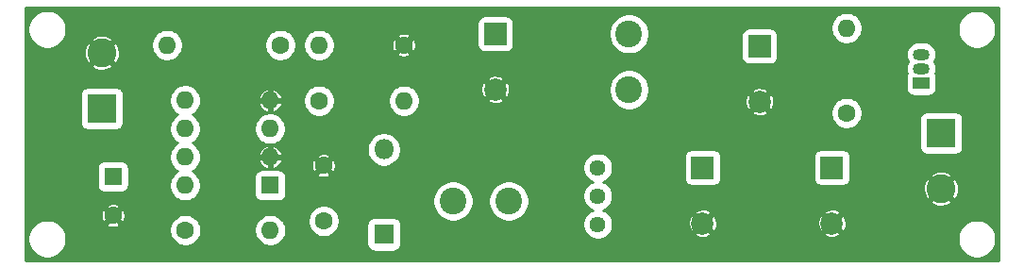
<source format=gbl>
%TF.GenerationSoftware,KiCad,Pcbnew,(5.1.12)-1*%
%TF.CreationDate,2022-12-13T06:14:48+01:00*%
%TF.ProjectId,MC34063_boost,4d433334-3036-4335-9f62-6f6f73742e6b,rev?*%
%TF.SameCoordinates,Original*%
%TF.FileFunction,Copper,L2,Bot*%
%TF.FilePolarity,Positive*%
%FSLAX46Y46*%
G04 Gerber Fmt 4.6, Leading zero omitted, Abs format (unit mm)*
G04 Created by KiCad (PCBNEW (5.1.12)-1) date 2022-12-13 06:14:48*
%MOMM*%
%LPD*%
G01*
G04 APERTURE LIST*
%TA.AperFunction,ComponentPad*%
%ADD10C,1.600000*%
%TD*%
%TA.AperFunction,ComponentPad*%
%ADD11R,1.800000X1.800000*%
%TD*%
%TA.AperFunction,ComponentPad*%
%ADD12O,1.800000X1.800000*%
%TD*%
%TA.AperFunction,ComponentPad*%
%ADD13C,2.600000*%
%TD*%
%TA.AperFunction,ComponentPad*%
%ADD14R,2.600000X2.600000*%
%TD*%
%TA.AperFunction,ComponentPad*%
%ADD15C,2.400000*%
%TD*%
%TA.AperFunction,ComponentPad*%
%ADD16O,1.500000X1.050000*%
%TD*%
%TA.AperFunction,ComponentPad*%
%ADD17R,1.500000X1.050000*%
%TD*%
%TA.AperFunction,ComponentPad*%
%ADD18O,1.600000X1.600000*%
%TD*%
%TA.AperFunction,ComponentPad*%
%ADD19C,1.440000*%
%TD*%
%TA.AperFunction,ComponentPad*%
%ADD20R,1.600000X1.600000*%
%TD*%
%TA.AperFunction,ComponentPad*%
%ADD21R,2.000000X2.000000*%
%TD*%
%TA.AperFunction,ComponentPad*%
%ADD22C,2.000000*%
%TD*%
%TA.AperFunction,Conductor*%
%ADD23C,0.254000*%
%TD*%
%TA.AperFunction,Conductor*%
%ADD24C,0.100000*%
%TD*%
G04 APERTURE END LIST*
D10*
%TO.P,C2,1*%
%TO.N,Net-(C2-Pad1)*%
X72400000Y-78800000D03*
%TO.P,C2,2*%
%TO.N,GND*%
X72400000Y-73800000D03*
%TD*%
D11*
%TO.P,D1,1*%
%TO.N,Net-(C3-Pad1)*%
X77800000Y-80000000D03*
D12*
%TO.P,D1,2*%
%TO.N,Net-(D1-Pad2)*%
X77800000Y-72380000D03*
%TD*%
D13*
%TO.P,J1,2*%
%TO.N,GND*%
X52500000Y-63700000D03*
D14*
%TO.P,J1,1*%
%TO.N,Net-(C1-Pad1)*%
X52500000Y-68700000D03*
%TD*%
%TO.P,J2,1*%
%TO.N,Net-(C6-Pad1)*%
X127800000Y-70900000D03*
D13*
%TO.P,J2,2*%
%TO.N,GND*%
X127800000Y-75900000D03*
%TD*%
D15*
%TO.P,L1,1*%
%TO.N,Net-(L1-Pad1)*%
X84000000Y-77000000D03*
%TO.P,L1,2*%
%TO.N,Net-(D1-Pad2)*%
X89000000Y-77000000D03*
%TD*%
%TO.P,L2,2*%
%TO.N,Net-(C4-Pad1)*%
X99800000Y-67000000D03*
%TO.P,L2,1*%
%TO.N,Net-(C3-Pad1)*%
X99800000Y-62000000D03*
%TD*%
D16*
%TO.P,Q1,2*%
%TO.N,Net-(C5-Pad1)*%
X126000000Y-65130000D03*
%TO.P,Q1,3*%
%TO.N,Net-(C4-Pad1)*%
X126000000Y-63860000D03*
D17*
%TO.P,Q1,1*%
%TO.N,Net-(C6-Pad1)*%
X126000000Y-66400000D03*
%TD*%
D10*
%TO.P,R1,1*%
%TO.N,Net-(L1-Pad1)*%
X68500000Y-63000000D03*
D18*
%TO.P,R1,2*%
%TO.N,Net-(C1-Pad1)*%
X58340000Y-63000000D03*
%TD*%
D10*
%TO.P,R2,1*%
%TO.N,GND*%
X79600000Y-63000000D03*
D18*
%TO.P,R2,2*%
%TO.N,Net-(R2-Pad2)*%
X71980000Y-63000000D03*
%TD*%
%TO.P,R3,2*%
%TO.N,Net-(L1-Pad1)*%
X67620000Y-79600000D03*
D10*
%TO.P,R3,1*%
%TO.N,Net-(R3-Pad1)*%
X60000000Y-79600000D03*
%TD*%
%TO.P,R4,1*%
%TO.N,Net-(R2-Pad2)*%
X72000000Y-68000000D03*
D18*
%TO.P,R4,2*%
%TO.N,Net-(R4-Pad2)*%
X79620000Y-68000000D03*
%TD*%
%TO.P,R5,2*%
%TO.N,Net-(C4-Pad1)*%
X119300000Y-61480000D03*
D10*
%TO.P,R5,1*%
%TO.N,Net-(C5-Pad1)*%
X119300000Y-69100000D03*
%TD*%
D19*
%TO.P,RV1,1*%
%TO.N,Net-(R4-Pad2)*%
X97000000Y-74000000D03*
%TO.P,RV1,2*%
%TO.N,Net-(C3-Pad1)*%
X97000000Y-76540000D03*
%TO.P,RV1,3*%
%TO.N,N/C*%
X97000000Y-79080000D03*
%TD*%
D20*
%TO.P,U1,1*%
%TO.N,Net-(D1-Pad2)*%
X67600000Y-75600000D03*
D18*
%TO.P,U1,5*%
%TO.N,Net-(R2-Pad2)*%
X59980000Y-67980000D03*
%TO.P,U1,2*%
%TO.N,GND*%
X67600000Y-73060000D03*
%TO.P,U1,6*%
%TO.N,Net-(C1-Pad1)*%
X59980000Y-70520000D03*
%TO.P,U1,3*%
%TO.N,Net-(C2-Pad1)*%
X67600000Y-70520000D03*
%TO.P,U1,7*%
%TO.N,Net-(L1-Pad1)*%
X59980000Y-73060000D03*
%TO.P,U1,4*%
%TO.N,GND*%
X67600000Y-67980000D03*
%TO.P,U1,8*%
%TO.N,Net-(R3-Pad1)*%
X59980000Y-75600000D03*
%TD*%
D21*
%TO.P,C3,1*%
%TO.N,Net-(C3-Pad1)*%
X87800000Y-62000000D03*
D22*
%TO.P,C3,2*%
%TO.N,GND*%
X87800000Y-67000000D03*
%TD*%
%TO.P,C4,2*%
%TO.N,GND*%
X106400000Y-79000000D03*
D21*
%TO.P,C4,1*%
%TO.N,Net-(C4-Pad1)*%
X106400000Y-74000000D03*
%TD*%
D22*
%TO.P,C5,2*%
%TO.N,GND*%
X111500000Y-68100000D03*
D21*
%TO.P,C5,1*%
%TO.N,Net-(C5-Pad1)*%
X111500000Y-63100000D03*
%TD*%
%TO.P,C6,1*%
%TO.N,Net-(C6-Pad1)*%
X118000000Y-74000000D03*
D22*
%TO.P,C6,2*%
%TO.N,GND*%
X118000000Y-79000000D03*
%TD*%
D20*
%TO.P,C1,1*%
%TO.N,Net-(C1-Pad1)*%
X53500000Y-74800000D03*
D10*
%TO.P,C1,2*%
%TO.N,GND*%
X53500000Y-78300000D03*
%TD*%
D23*
%TO.N,GND*%
X132915001Y-82315000D02*
X45685000Y-82315000D01*
X45685000Y-80229117D01*
X45865000Y-80229117D01*
X45865000Y-80570883D01*
X45931675Y-80906081D01*
X46062463Y-81221831D01*
X46252337Y-81505998D01*
X46494002Y-81747663D01*
X46778169Y-81937537D01*
X47093919Y-82068325D01*
X47429117Y-82135000D01*
X47770883Y-82135000D01*
X48106081Y-82068325D01*
X48421831Y-81937537D01*
X48705998Y-81747663D01*
X48947663Y-81505998D01*
X49137537Y-81221831D01*
X49268325Y-80906081D01*
X49335000Y-80570883D01*
X49335000Y-80229117D01*
X49268325Y-79893919D01*
X49137537Y-79578169D01*
X49057688Y-79458665D01*
X58565000Y-79458665D01*
X58565000Y-79741335D01*
X58620147Y-80018574D01*
X58728320Y-80279727D01*
X58885363Y-80514759D01*
X59085241Y-80714637D01*
X59320273Y-80871680D01*
X59581426Y-80979853D01*
X59858665Y-81035000D01*
X60141335Y-81035000D01*
X60418574Y-80979853D01*
X60679727Y-80871680D01*
X60914759Y-80714637D01*
X61114637Y-80514759D01*
X61271680Y-80279727D01*
X61379853Y-80018574D01*
X61435000Y-79741335D01*
X61435000Y-79458665D01*
X66185000Y-79458665D01*
X66185000Y-79741335D01*
X66240147Y-80018574D01*
X66348320Y-80279727D01*
X66505363Y-80514759D01*
X66705241Y-80714637D01*
X66940273Y-80871680D01*
X67201426Y-80979853D01*
X67478665Y-81035000D01*
X67761335Y-81035000D01*
X68038574Y-80979853D01*
X68299727Y-80871680D01*
X68534759Y-80714637D01*
X68734637Y-80514759D01*
X68891680Y-80279727D01*
X68999853Y-80018574D01*
X69055000Y-79741335D01*
X69055000Y-79458665D01*
X68999853Y-79181426D01*
X68891680Y-78920273D01*
X68734637Y-78685241D01*
X68708061Y-78658665D01*
X70965000Y-78658665D01*
X70965000Y-78941335D01*
X71020147Y-79218574D01*
X71128320Y-79479727D01*
X71285363Y-79714759D01*
X71485241Y-79914637D01*
X71720273Y-80071680D01*
X71981426Y-80179853D01*
X72258665Y-80235000D01*
X72541335Y-80235000D01*
X72818574Y-80179853D01*
X73079727Y-80071680D01*
X73314759Y-79914637D01*
X73514637Y-79714759D01*
X73671680Y-79479727D01*
X73779853Y-79218574D01*
X73803439Y-79100000D01*
X76261928Y-79100000D01*
X76261928Y-80900000D01*
X76274188Y-81024482D01*
X76310498Y-81144180D01*
X76369463Y-81254494D01*
X76448815Y-81351185D01*
X76545506Y-81430537D01*
X76655820Y-81489502D01*
X76775518Y-81525812D01*
X76900000Y-81538072D01*
X78700000Y-81538072D01*
X78824482Y-81525812D01*
X78944180Y-81489502D01*
X79054494Y-81430537D01*
X79151185Y-81351185D01*
X79230537Y-81254494D01*
X79289502Y-81144180D01*
X79325812Y-81024482D01*
X79338072Y-80900000D01*
X79338072Y-79100000D01*
X79325812Y-78975518D01*
X79289502Y-78855820D01*
X79230537Y-78745506D01*
X79151185Y-78648815D01*
X79054494Y-78569463D01*
X78944180Y-78510498D01*
X78824482Y-78474188D01*
X78700000Y-78461928D01*
X76900000Y-78461928D01*
X76775518Y-78474188D01*
X76655820Y-78510498D01*
X76545506Y-78569463D01*
X76448815Y-78648815D01*
X76369463Y-78745506D01*
X76310498Y-78855820D01*
X76274188Y-78975518D01*
X76261928Y-79100000D01*
X73803439Y-79100000D01*
X73835000Y-78941335D01*
X73835000Y-78658665D01*
X73779853Y-78381426D01*
X73671680Y-78120273D01*
X73514637Y-77885241D01*
X73314759Y-77685363D01*
X73079727Y-77528320D01*
X72818574Y-77420147D01*
X72541335Y-77365000D01*
X72258665Y-77365000D01*
X71981426Y-77420147D01*
X71720273Y-77528320D01*
X71485241Y-77685363D01*
X71285363Y-77885241D01*
X71128320Y-78120273D01*
X71020147Y-78381426D01*
X70965000Y-78658665D01*
X68708061Y-78658665D01*
X68534759Y-78485363D01*
X68299727Y-78328320D01*
X68038574Y-78220147D01*
X67761335Y-78165000D01*
X67478665Y-78165000D01*
X67201426Y-78220147D01*
X66940273Y-78328320D01*
X66705241Y-78485363D01*
X66505363Y-78685241D01*
X66348320Y-78920273D01*
X66240147Y-79181426D01*
X66185000Y-79458665D01*
X61435000Y-79458665D01*
X61379853Y-79181426D01*
X61271680Y-78920273D01*
X61114637Y-78685241D01*
X60914759Y-78485363D01*
X60679727Y-78328320D01*
X60418574Y-78220147D01*
X60141335Y-78165000D01*
X59858665Y-78165000D01*
X59581426Y-78220147D01*
X59320273Y-78328320D01*
X59085241Y-78485363D01*
X58885363Y-78685241D01*
X58728320Y-78920273D01*
X58620147Y-79181426D01*
X58565000Y-79458665D01*
X49057688Y-79458665D01*
X48947663Y-79294002D01*
X48766994Y-79113333D01*
X52866273Y-79113333D01*
X52956762Y-79263769D01*
X53155222Y-79351230D01*
X53366931Y-79398294D01*
X53583755Y-79403151D01*
X53797360Y-79365614D01*
X53999537Y-79287127D01*
X54043238Y-79263769D01*
X54133727Y-79113333D01*
X53500000Y-78479605D01*
X52866273Y-79113333D01*
X48766994Y-79113333D01*
X48705998Y-79052337D01*
X48421831Y-78862463D01*
X48106081Y-78731675D01*
X47770883Y-78665000D01*
X47429117Y-78665000D01*
X47093919Y-78731675D01*
X46778169Y-78862463D01*
X46494002Y-79052337D01*
X46252337Y-79294002D01*
X46062463Y-79578169D01*
X45931675Y-79893919D01*
X45865000Y-80229117D01*
X45685000Y-80229117D01*
X45685000Y-78383755D01*
X52396849Y-78383755D01*
X52434386Y-78597360D01*
X52512873Y-78799537D01*
X52536231Y-78843238D01*
X52686667Y-78933727D01*
X53320395Y-78300000D01*
X53679605Y-78300000D01*
X54313333Y-78933727D01*
X54463769Y-78843238D01*
X54551230Y-78644778D01*
X54598294Y-78433069D01*
X54603151Y-78216245D01*
X54565614Y-78002640D01*
X54487127Y-77800463D01*
X54463769Y-77756762D01*
X54313333Y-77666273D01*
X53679605Y-78300000D01*
X53320395Y-78300000D01*
X52686667Y-77666273D01*
X52536231Y-77756762D01*
X52448770Y-77955222D01*
X52401706Y-78166931D01*
X52396849Y-78383755D01*
X45685000Y-78383755D01*
X45685000Y-77486667D01*
X52866273Y-77486667D01*
X53500000Y-78120395D01*
X54133727Y-77486667D01*
X54043238Y-77336231D01*
X53844778Y-77248770D01*
X53633069Y-77201706D01*
X53416245Y-77196849D01*
X53202640Y-77234386D01*
X53000463Y-77312873D01*
X52956762Y-77336231D01*
X52866273Y-77486667D01*
X45685000Y-77486667D01*
X45685000Y-74000000D01*
X52061928Y-74000000D01*
X52061928Y-75600000D01*
X52074188Y-75724482D01*
X52110498Y-75844180D01*
X52169463Y-75954494D01*
X52248815Y-76051185D01*
X52345506Y-76130537D01*
X52455820Y-76189502D01*
X52575518Y-76225812D01*
X52700000Y-76238072D01*
X54300000Y-76238072D01*
X54424482Y-76225812D01*
X54544180Y-76189502D01*
X54654494Y-76130537D01*
X54751185Y-76051185D01*
X54830537Y-75954494D01*
X54889502Y-75844180D01*
X54925812Y-75724482D01*
X54938072Y-75600000D01*
X54938072Y-74000000D01*
X54925812Y-73875518D01*
X54889502Y-73755820D01*
X54830537Y-73645506D01*
X54751185Y-73548815D01*
X54654494Y-73469463D01*
X54544180Y-73410498D01*
X54424482Y-73374188D01*
X54300000Y-73361928D01*
X52700000Y-73361928D01*
X52575518Y-73374188D01*
X52455820Y-73410498D01*
X52345506Y-73469463D01*
X52248815Y-73548815D01*
X52169463Y-73645506D01*
X52110498Y-73755820D01*
X52074188Y-73875518D01*
X52061928Y-74000000D01*
X45685000Y-74000000D01*
X45685000Y-67400000D01*
X50561928Y-67400000D01*
X50561928Y-70000000D01*
X50574188Y-70124482D01*
X50610498Y-70244180D01*
X50669463Y-70354494D01*
X50748815Y-70451185D01*
X50845506Y-70530537D01*
X50955820Y-70589502D01*
X51075518Y-70625812D01*
X51200000Y-70638072D01*
X53800000Y-70638072D01*
X53924482Y-70625812D01*
X54044180Y-70589502D01*
X54154494Y-70530537D01*
X54251185Y-70451185D01*
X54330537Y-70354494D01*
X54389502Y-70244180D01*
X54425812Y-70124482D01*
X54438072Y-70000000D01*
X54438072Y-67838665D01*
X58545000Y-67838665D01*
X58545000Y-68121335D01*
X58600147Y-68398574D01*
X58708320Y-68659727D01*
X58865363Y-68894759D01*
X59065241Y-69094637D01*
X59297759Y-69250000D01*
X59065241Y-69405363D01*
X58865363Y-69605241D01*
X58708320Y-69840273D01*
X58600147Y-70101426D01*
X58545000Y-70378665D01*
X58545000Y-70661335D01*
X58600147Y-70938574D01*
X58708320Y-71199727D01*
X58865363Y-71434759D01*
X59065241Y-71634637D01*
X59297759Y-71790000D01*
X59065241Y-71945363D01*
X58865363Y-72145241D01*
X58708320Y-72380273D01*
X58600147Y-72641426D01*
X58545000Y-72918665D01*
X58545000Y-73201335D01*
X58600147Y-73478574D01*
X58708320Y-73739727D01*
X58865363Y-73974759D01*
X59065241Y-74174637D01*
X59297759Y-74330000D01*
X59065241Y-74485363D01*
X58865363Y-74685241D01*
X58708320Y-74920273D01*
X58600147Y-75181426D01*
X58545000Y-75458665D01*
X58545000Y-75741335D01*
X58600147Y-76018574D01*
X58708320Y-76279727D01*
X58865363Y-76514759D01*
X59065241Y-76714637D01*
X59300273Y-76871680D01*
X59561426Y-76979853D01*
X59838665Y-77035000D01*
X60121335Y-77035000D01*
X60398574Y-76979853D01*
X60659727Y-76871680D01*
X60894759Y-76714637D01*
X61094637Y-76514759D01*
X61251680Y-76279727D01*
X61359853Y-76018574D01*
X61415000Y-75741335D01*
X61415000Y-75458665D01*
X61359853Y-75181426D01*
X61251680Y-74920273D01*
X61171317Y-74800000D01*
X66161928Y-74800000D01*
X66161928Y-76400000D01*
X66174188Y-76524482D01*
X66210498Y-76644180D01*
X66269463Y-76754494D01*
X66348815Y-76851185D01*
X66445506Y-76930537D01*
X66555820Y-76989502D01*
X66675518Y-77025812D01*
X66800000Y-77038072D01*
X68400000Y-77038072D01*
X68524482Y-77025812D01*
X68644180Y-76989502D01*
X68754494Y-76930537D01*
X68851185Y-76851185D01*
X68877378Y-76819268D01*
X82165000Y-76819268D01*
X82165000Y-77180732D01*
X82235518Y-77535250D01*
X82373844Y-77869199D01*
X82574662Y-78169744D01*
X82830256Y-78425338D01*
X83130801Y-78626156D01*
X83464750Y-78764482D01*
X83819268Y-78835000D01*
X84180732Y-78835000D01*
X84535250Y-78764482D01*
X84869199Y-78626156D01*
X85169744Y-78425338D01*
X85425338Y-78169744D01*
X85626156Y-77869199D01*
X85764482Y-77535250D01*
X85835000Y-77180732D01*
X85835000Y-76819268D01*
X87165000Y-76819268D01*
X87165000Y-77180732D01*
X87235518Y-77535250D01*
X87373844Y-77869199D01*
X87574662Y-78169744D01*
X87830256Y-78425338D01*
X88130801Y-78626156D01*
X88464750Y-78764482D01*
X88819268Y-78835000D01*
X89180732Y-78835000D01*
X89535250Y-78764482D01*
X89869199Y-78626156D01*
X90169744Y-78425338D01*
X90425338Y-78169744D01*
X90626156Y-77869199D01*
X90764482Y-77535250D01*
X90835000Y-77180732D01*
X90835000Y-76819268D01*
X90764482Y-76464750D01*
X90626156Y-76130801D01*
X90425338Y-75830256D01*
X90169744Y-75574662D01*
X89869199Y-75373844D01*
X89535250Y-75235518D01*
X89180732Y-75165000D01*
X88819268Y-75165000D01*
X88464750Y-75235518D01*
X88130801Y-75373844D01*
X87830256Y-75574662D01*
X87574662Y-75830256D01*
X87373844Y-76130801D01*
X87235518Y-76464750D01*
X87165000Y-76819268D01*
X85835000Y-76819268D01*
X85764482Y-76464750D01*
X85626156Y-76130801D01*
X85425338Y-75830256D01*
X85169744Y-75574662D01*
X84869199Y-75373844D01*
X84535250Y-75235518D01*
X84180732Y-75165000D01*
X83819268Y-75165000D01*
X83464750Y-75235518D01*
X83130801Y-75373844D01*
X82830256Y-75574662D01*
X82574662Y-75830256D01*
X82373844Y-76130801D01*
X82235518Y-76464750D01*
X82165000Y-76819268D01*
X68877378Y-76819268D01*
X68930537Y-76754494D01*
X68989502Y-76644180D01*
X69025812Y-76524482D01*
X69038072Y-76400000D01*
X69038072Y-74800000D01*
X69025812Y-74675518D01*
X69006949Y-74613333D01*
X71766273Y-74613333D01*
X71856762Y-74763769D01*
X72055222Y-74851230D01*
X72266931Y-74898294D01*
X72483755Y-74903151D01*
X72697360Y-74865614D01*
X72899537Y-74787127D01*
X72943238Y-74763769D01*
X73033727Y-74613333D01*
X72400000Y-73979605D01*
X71766273Y-74613333D01*
X69006949Y-74613333D01*
X68989502Y-74555820D01*
X68930537Y-74445506D01*
X68851185Y-74348815D01*
X68754494Y-74269463D01*
X68644180Y-74210498D01*
X68524482Y-74174188D01*
X68400000Y-74161928D01*
X66800000Y-74161928D01*
X66675518Y-74174188D01*
X66555820Y-74210498D01*
X66445506Y-74269463D01*
X66348815Y-74348815D01*
X66269463Y-74445506D01*
X66210498Y-74555820D01*
X66174188Y-74675518D01*
X66161928Y-74800000D01*
X61171317Y-74800000D01*
X61094637Y-74685241D01*
X60894759Y-74485363D01*
X60662241Y-74330000D01*
X60894759Y-74174637D01*
X61094637Y-73974759D01*
X61251680Y-73739727D01*
X61359853Y-73478574D01*
X61384131Y-73356521D01*
X66539681Y-73356521D01*
X66553632Y-73402536D01*
X66640563Y-73600091D01*
X66764365Y-73776890D01*
X66920280Y-73926139D01*
X67102316Y-74042103D01*
X67303478Y-74120325D01*
X67473000Y-74078407D01*
X67473000Y-73187000D01*
X67727000Y-73187000D01*
X67727000Y-74078407D01*
X67896522Y-74120325D01*
X68097684Y-74042103D01*
X68279720Y-73926139D01*
X68323997Y-73883755D01*
X71296849Y-73883755D01*
X71334386Y-74097360D01*
X71412873Y-74299537D01*
X71436231Y-74343238D01*
X71586667Y-74433727D01*
X72220395Y-73800000D01*
X72579605Y-73800000D01*
X73213333Y-74433727D01*
X73363769Y-74343238D01*
X73451230Y-74144778D01*
X73498294Y-73933069D01*
X73503151Y-73716245D01*
X73465614Y-73502640D01*
X73387127Y-73300463D01*
X73363769Y-73256762D01*
X73213333Y-73166273D01*
X72579605Y-73800000D01*
X72220395Y-73800000D01*
X71586667Y-73166273D01*
X71436231Y-73256762D01*
X71348770Y-73455222D01*
X71301706Y-73666931D01*
X71296849Y-73883755D01*
X68323997Y-73883755D01*
X68435635Y-73776890D01*
X68559437Y-73600091D01*
X68646368Y-73402536D01*
X68660319Y-73356521D01*
X68617858Y-73187000D01*
X67727000Y-73187000D01*
X67473000Y-73187000D01*
X66582142Y-73187000D01*
X66539681Y-73356521D01*
X61384131Y-73356521D01*
X61415000Y-73201335D01*
X61415000Y-72986667D01*
X71766273Y-72986667D01*
X72400000Y-73620395D01*
X73033727Y-72986667D01*
X72943238Y-72836231D01*
X72744778Y-72748770D01*
X72533069Y-72701706D01*
X72316245Y-72696849D01*
X72102640Y-72734386D01*
X71900463Y-72812873D01*
X71856762Y-72836231D01*
X71766273Y-72986667D01*
X61415000Y-72986667D01*
X61415000Y-72918665D01*
X61384132Y-72763479D01*
X66539681Y-72763479D01*
X66582142Y-72933000D01*
X67473000Y-72933000D01*
X67473000Y-72041593D01*
X67727000Y-72041593D01*
X67727000Y-72933000D01*
X68617858Y-72933000D01*
X68660319Y-72763479D01*
X68646368Y-72717464D01*
X68559437Y-72519909D01*
X68435635Y-72343110D01*
X68316237Y-72228816D01*
X76265000Y-72228816D01*
X76265000Y-72531184D01*
X76323989Y-72827743D01*
X76439701Y-73107095D01*
X76607688Y-73358505D01*
X76821495Y-73572312D01*
X77072905Y-73740299D01*
X77352257Y-73856011D01*
X77648816Y-73915000D01*
X77951184Y-73915000D01*
X78194789Y-73866544D01*
X95645000Y-73866544D01*
X95645000Y-74133456D01*
X95697072Y-74395239D01*
X95799215Y-74641833D01*
X95947503Y-74863762D01*
X96136238Y-75052497D01*
X96358167Y-75200785D01*
X96525266Y-75270000D01*
X96358167Y-75339215D01*
X96136238Y-75487503D01*
X95947503Y-75676238D01*
X95799215Y-75898167D01*
X95697072Y-76144761D01*
X95645000Y-76406544D01*
X95645000Y-76673456D01*
X95697072Y-76935239D01*
X95799215Y-77181833D01*
X95947503Y-77403762D01*
X96136238Y-77592497D01*
X96358167Y-77740785D01*
X96525266Y-77810000D01*
X96358167Y-77879215D01*
X96136238Y-78027503D01*
X95947503Y-78216238D01*
X95799215Y-78438167D01*
X95697072Y-78684761D01*
X95645000Y-78946544D01*
X95645000Y-79213456D01*
X95697072Y-79475239D01*
X95799215Y-79721833D01*
X95947503Y-79943762D01*
X96136238Y-80132497D01*
X96358167Y-80280785D01*
X96604761Y-80382928D01*
X96866544Y-80435000D01*
X97133456Y-80435000D01*
X97395239Y-80382928D01*
X97641833Y-80280785D01*
X97863762Y-80132497D01*
X98039910Y-79956349D01*
X105623256Y-79956349D01*
X105737971Y-80127270D01*
X105970611Y-80234765D01*
X106219752Y-80294809D01*
X106475820Y-80305094D01*
X106728975Y-80265225D01*
X106969487Y-80176735D01*
X107062029Y-80127270D01*
X107176744Y-79956349D01*
X117223256Y-79956349D01*
X117337971Y-80127270D01*
X117570611Y-80234765D01*
X117819752Y-80294809D01*
X118075820Y-80305094D01*
X118328975Y-80265225D01*
X118427114Y-80229117D01*
X129265000Y-80229117D01*
X129265000Y-80570883D01*
X129331675Y-80906081D01*
X129462463Y-81221831D01*
X129652337Y-81505998D01*
X129894002Y-81747663D01*
X130178169Y-81937537D01*
X130493919Y-82068325D01*
X130829117Y-82135000D01*
X131170883Y-82135000D01*
X131506081Y-82068325D01*
X131821831Y-81937537D01*
X132105998Y-81747663D01*
X132347663Y-81505998D01*
X132537537Y-81221831D01*
X132668325Y-80906081D01*
X132735000Y-80570883D01*
X132735000Y-80229117D01*
X132668325Y-79893919D01*
X132537537Y-79578169D01*
X132347663Y-79294002D01*
X132105998Y-79052337D01*
X131821831Y-78862463D01*
X131506081Y-78731675D01*
X131170883Y-78665000D01*
X130829117Y-78665000D01*
X130493919Y-78731675D01*
X130178169Y-78862463D01*
X129894002Y-79052337D01*
X129652337Y-79294002D01*
X129462463Y-79578169D01*
X129331675Y-79893919D01*
X129265000Y-80229117D01*
X118427114Y-80229117D01*
X118569487Y-80176735D01*
X118662029Y-80127270D01*
X118776744Y-79956349D01*
X118000000Y-79179605D01*
X117223256Y-79956349D01*
X107176744Y-79956349D01*
X106400000Y-79179605D01*
X105623256Y-79956349D01*
X98039910Y-79956349D01*
X98052497Y-79943762D01*
X98200785Y-79721833D01*
X98302928Y-79475239D01*
X98355000Y-79213456D01*
X98355000Y-79075820D01*
X105094906Y-79075820D01*
X105134775Y-79328975D01*
X105223265Y-79569487D01*
X105272730Y-79662029D01*
X105443651Y-79776744D01*
X106220395Y-79000000D01*
X106579605Y-79000000D01*
X107356349Y-79776744D01*
X107527270Y-79662029D01*
X107634765Y-79429389D01*
X107694809Y-79180248D01*
X107699003Y-79075820D01*
X116694906Y-79075820D01*
X116734775Y-79328975D01*
X116823265Y-79569487D01*
X116872730Y-79662029D01*
X117043651Y-79776744D01*
X117820395Y-79000000D01*
X118179605Y-79000000D01*
X118956349Y-79776744D01*
X119127270Y-79662029D01*
X119234765Y-79429389D01*
X119294809Y-79180248D01*
X119305094Y-78924180D01*
X119265225Y-78671025D01*
X119176735Y-78430513D01*
X119127270Y-78337971D01*
X118956349Y-78223256D01*
X118179605Y-79000000D01*
X117820395Y-79000000D01*
X117043651Y-78223256D01*
X116872730Y-78337971D01*
X116765235Y-78570611D01*
X116705191Y-78819752D01*
X116694906Y-79075820D01*
X107699003Y-79075820D01*
X107705094Y-78924180D01*
X107665225Y-78671025D01*
X107576735Y-78430513D01*
X107527270Y-78337971D01*
X107356349Y-78223256D01*
X106579605Y-79000000D01*
X106220395Y-79000000D01*
X105443651Y-78223256D01*
X105272730Y-78337971D01*
X105165235Y-78570611D01*
X105105191Y-78819752D01*
X105094906Y-79075820D01*
X98355000Y-79075820D01*
X98355000Y-78946544D01*
X98302928Y-78684761D01*
X98200785Y-78438167D01*
X98052497Y-78216238D01*
X97879910Y-78043651D01*
X105623256Y-78043651D01*
X106400000Y-78820395D01*
X107176744Y-78043651D01*
X117223256Y-78043651D01*
X118000000Y-78820395D01*
X118776744Y-78043651D01*
X118662029Y-77872730D01*
X118429389Y-77765235D01*
X118180248Y-77705191D01*
X117924180Y-77694906D01*
X117671025Y-77734775D01*
X117430513Y-77823265D01*
X117337971Y-77872730D01*
X117223256Y-78043651D01*
X107176744Y-78043651D01*
X107062029Y-77872730D01*
X106829389Y-77765235D01*
X106580248Y-77705191D01*
X106324180Y-77694906D01*
X106071025Y-77734775D01*
X105830513Y-77823265D01*
X105737971Y-77872730D01*
X105623256Y-78043651D01*
X97879910Y-78043651D01*
X97863762Y-78027503D01*
X97641833Y-77879215D01*
X97474734Y-77810000D01*
X97641833Y-77740785D01*
X97863762Y-77592497D01*
X98052497Y-77403762D01*
X98200785Y-77181833D01*
X98246932Y-77070424D01*
X126809181Y-77070424D01*
X126960099Y-77272090D01*
X127243918Y-77409582D01*
X127549109Y-77489063D01*
X127863941Y-77507476D01*
X128176315Y-77464115D01*
X128474228Y-77360645D01*
X128639901Y-77272090D01*
X128790819Y-77070424D01*
X127800000Y-76079605D01*
X126809181Y-77070424D01*
X98246932Y-77070424D01*
X98302928Y-76935239D01*
X98355000Y-76673456D01*
X98355000Y-76406544D01*
X98302928Y-76144761D01*
X98228030Y-75963941D01*
X126192524Y-75963941D01*
X126235885Y-76276315D01*
X126339355Y-76574228D01*
X126427910Y-76739901D01*
X126629576Y-76890819D01*
X127620395Y-75900000D01*
X127979605Y-75900000D01*
X128970424Y-76890819D01*
X129172090Y-76739901D01*
X129309582Y-76456082D01*
X129389063Y-76150891D01*
X129407476Y-75836059D01*
X129364115Y-75523685D01*
X129260645Y-75225772D01*
X129172090Y-75060099D01*
X128970424Y-74909181D01*
X127979605Y-75900000D01*
X127620395Y-75900000D01*
X126629576Y-74909181D01*
X126427910Y-75060099D01*
X126290418Y-75343918D01*
X126210937Y-75649109D01*
X126192524Y-75963941D01*
X98228030Y-75963941D01*
X98200785Y-75898167D01*
X98052497Y-75676238D01*
X97863762Y-75487503D01*
X97641833Y-75339215D01*
X97474734Y-75270000D01*
X97641833Y-75200785D01*
X97863762Y-75052497D01*
X98052497Y-74863762D01*
X98200785Y-74641833D01*
X98302928Y-74395239D01*
X98355000Y-74133456D01*
X98355000Y-73866544D01*
X98302928Y-73604761D01*
X98200785Y-73358167D01*
X98052497Y-73136238D01*
X97916259Y-73000000D01*
X104761928Y-73000000D01*
X104761928Y-75000000D01*
X104774188Y-75124482D01*
X104810498Y-75244180D01*
X104869463Y-75354494D01*
X104948815Y-75451185D01*
X105045506Y-75530537D01*
X105155820Y-75589502D01*
X105275518Y-75625812D01*
X105400000Y-75638072D01*
X107400000Y-75638072D01*
X107524482Y-75625812D01*
X107644180Y-75589502D01*
X107754494Y-75530537D01*
X107851185Y-75451185D01*
X107930537Y-75354494D01*
X107989502Y-75244180D01*
X108025812Y-75124482D01*
X108038072Y-75000000D01*
X108038072Y-73000000D01*
X116361928Y-73000000D01*
X116361928Y-75000000D01*
X116374188Y-75124482D01*
X116410498Y-75244180D01*
X116469463Y-75354494D01*
X116548815Y-75451185D01*
X116645506Y-75530537D01*
X116755820Y-75589502D01*
X116875518Y-75625812D01*
X117000000Y-75638072D01*
X119000000Y-75638072D01*
X119124482Y-75625812D01*
X119244180Y-75589502D01*
X119354494Y-75530537D01*
X119451185Y-75451185D01*
X119530537Y-75354494D01*
X119589502Y-75244180D01*
X119625812Y-75124482D01*
X119638072Y-75000000D01*
X119638072Y-74729576D01*
X126809181Y-74729576D01*
X127800000Y-75720395D01*
X128790819Y-74729576D01*
X128639901Y-74527910D01*
X128356082Y-74390418D01*
X128050891Y-74310937D01*
X127736059Y-74292524D01*
X127423685Y-74335885D01*
X127125772Y-74439355D01*
X126960099Y-74527910D01*
X126809181Y-74729576D01*
X119638072Y-74729576D01*
X119638072Y-73000000D01*
X119625812Y-72875518D01*
X119589502Y-72755820D01*
X119530537Y-72645506D01*
X119451185Y-72548815D01*
X119354494Y-72469463D01*
X119244180Y-72410498D01*
X119124482Y-72374188D01*
X119000000Y-72361928D01*
X117000000Y-72361928D01*
X116875518Y-72374188D01*
X116755820Y-72410498D01*
X116645506Y-72469463D01*
X116548815Y-72548815D01*
X116469463Y-72645506D01*
X116410498Y-72755820D01*
X116374188Y-72875518D01*
X116361928Y-73000000D01*
X108038072Y-73000000D01*
X108025812Y-72875518D01*
X107989502Y-72755820D01*
X107930537Y-72645506D01*
X107851185Y-72548815D01*
X107754494Y-72469463D01*
X107644180Y-72410498D01*
X107524482Y-72374188D01*
X107400000Y-72361928D01*
X105400000Y-72361928D01*
X105275518Y-72374188D01*
X105155820Y-72410498D01*
X105045506Y-72469463D01*
X104948815Y-72548815D01*
X104869463Y-72645506D01*
X104810498Y-72755820D01*
X104774188Y-72875518D01*
X104761928Y-73000000D01*
X97916259Y-73000000D01*
X97863762Y-72947503D01*
X97641833Y-72799215D01*
X97395239Y-72697072D01*
X97133456Y-72645000D01*
X96866544Y-72645000D01*
X96604761Y-72697072D01*
X96358167Y-72799215D01*
X96136238Y-72947503D01*
X95947503Y-73136238D01*
X95799215Y-73358167D01*
X95697072Y-73604761D01*
X95645000Y-73866544D01*
X78194789Y-73866544D01*
X78247743Y-73856011D01*
X78527095Y-73740299D01*
X78778505Y-73572312D01*
X78992312Y-73358505D01*
X79160299Y-73107095D01*
X79276011Y-72827743D01*
X79335000Y-72531184D01*
X79335000Y-72228816D01*
X79276011Y-71932257D01*
X79160299Y-71652905D01*
X78992312Y-71401495D01*
X78778505Y-71187688D01*
X78527095Y-71019701D01*
X78247743Y-70903989D01*
X77951184Y-70845000D01*
X77648816Y-70845000D01*
X77352257Y-70903989D01*
X77072905Y-71019701D01*
X76821495Y-71187688D01*
X76607688Y-71401495D01*
X76439701Y-71652905D01*
X76323989Y-71932257D01*
X76265000Y-72228816D01*
X68316237Y-72228816D01*
X68279720Y-72193861D01*
X68097684Y-72077897D01*
X67896522Y-71999675D01*
X67727000Y-72041593D01*
X67473000Y-72041593D01*
X67303478Y-71999675D01*
X67102316Y-72077897D01*
X66920280Y-72193861D01*
X66764365Y-72343110D01*
X66640563Y-72519909D01*
X66553632Y-72717464D01*
X66539681Y-72763479D01*
X61384132Y-72763479D01*
X61359853Y-72641426D01*
X61251680Y-72380273D01*
X61094637Y-72145241D01*
X60894759Y-71945363D01*
X60662241Y-71790000D01*
X60894759Y-71634637D01*
X61094637Y-71434759D01*
X61251680Y-71199727D01*
X61359853Y-70938574D01*
X61415000Y-70661335D01*
X61415000Y-70378665D01*
X66165000Y-70378665D01*
X66165000Y-70661335D01*
X66220147Y-70938574D01*
X66328320Y-71199727D01*
X66485363Y-71434759D01*
X66685241Y-71634637D01*
X66920273Y-71791680D01*
X67181426Y-71899853D01*
X67458665Y-71955000D01*
X67741335Y-71955000D01*
X68018574Y-71899853D01*
X68279727Y-71791680D01*
X68514759Y-71634637D01*
X68714637Y-71434759D01*
X68871680Y-71199727D01*
X68979853Y-70938574D01*
X69035000Y-70661335D01*
X69035000Y-70378665D01*
X68979853Y-70101426D01*
X68871680Y-69840273D01*
X68714637Y-69605241D01*
X68514759Y-69405363D01*
X68279727Y-69248320D01*
X68018574Y-69140147D01*
X67741335Y-69085000D01*
X67458665Y-69085000D01*
X67181426Y-69140147D01*
X66920273Y-69248320D01*
X66685241Y-69405363D01*
X66485363Y-69605241D01*
X66328320Y-69840273D01*
X66220147Y-70101426D01*
X66165000Y-70378665D01*
X61415000Y-70378665D01*
X61359853Y-70101426D01*
X61251680Y-69840273D01*
X61094637Y-69605241D01*
X60894759Y-69405363D01*
X60662241Y-69250000D01*
X60894759Y-69094637D01*
X61094637Y-68894759D01*
X61251680Y-68659727D01*
X61359853Y-68398574D01*
X61384131Y-68276521D01*
X66539681Y-68276521D01*
X66553632Y-68322536D01*
X66640563Y-68520091D01*
X66764365Y-68696890D01*
X66920280Y-68846139D01*
X67102316Y-68962103D01*
X67303478Y-69040325D01*
X67473000Y-68998407D01*
X67473000Y-68107000D01*
X67727000Y-68107000D01*
X67727000Y-68998407D01*
X67896522Y-69040325D01*
X68097684Y-68962103D01*
X68279720Y-68846139D01*
X68435635Y-68696890D01*
X68559437Y-68520091D01*
X68646368Y-68322536D01*
X68660319Y-68276521D01*
X68617858Y-68107000D01*
X67727000Y-68107000D01*
X67473000Y-68107000D01*
X66582142Y-68107000D01*
X66539681Y-68276521D01*
X61384131Y-68276521D01*
X61415000Y-68121335D01*
X61415000Y-67858665D01*
X70565000Y-67858665D01*
X70565000Y-68141335D01*
X70620147Y-68418574D01*
X70728320Y-68679727D01*
X70885363Y-68914759D01*
X71085241Y-69114637D01*
X71320273Y-69271680D01*
X71581426Y-69379853D01*
X71858665Y-69435000D01*
X72141335Y-69435000D01*
X72418574Y-69379853D01*
X72679727Y-69271680D01*
X72914759Y-69114637D01*
X73114637Y-68914759D01*
X73271680Y-68679727D01*
X73379853Y-68418574D01*
X73435000Y-68141335D01*
X73435000Y-67858665D01*
X78185000Y-67858665D01*
X78185000Y-68141335D01*
X78240147Y-68418574D01*
X78348320Y-68679727D01*
X78505363Y-68914759D01*
X78705241Y-69114637D01*
X78940273Y-69271680D01*
X79201426Y-69379853D01*
X79478665Y-69435000D01*
X79761335Y-69435000D01*
X80038574Y-69379853D01*
X80299727Y-69271680D01*
X80534759Y-69114637D01*
X80593047Y-69056349D01*
X110723256Y-69056349D01*
X110837971Y-69227270D01*
X111070611Y-69334765D01*
X111319752Y-69394809D01*
X111575820Y-69405094D01*
X111828975Y-69365225D01*
X112069487Y-69276735D01*
X112162029Y-69227270D01*
X112276744Y-69056349D01*
X112179060Y-68958665D01*
X117865000Y-68958665D01*
X117865000Y-69241335D01*
X117920147Y-69518574D01*
X118028320Y-69779727D01*
X118185363Y-70014759D01*
X118385241Y-70214637D01*
X118620273Y-70371680D01*
X118881426Y-70479853D01*
X119158665Y-70535000D01*
X119441335Y-70535000D01*
X119718574Y-70479853D01*
X119979727Y-70371680D01*
X120214759Y-70214637D01*
X120414637Y-70014759D01*
X120571680Y-69779727D01*
X120646125Y-69600000D01*
X125861928Y-69600000D01*
X125861928Y-72200000D01*
X125874188Y-72324482D01*
X125910498Y-72444180D01*
X125969463Y-72554494D01*
X126048815Y-72651185D01*
X126145506Y-72730537D01*
X126255820Y-72789502D01*
X126375518Y-72825812D01*
X126500000Y-72838072D01*
X129100000Y-72838072D01*
X129224482Y-72825812D01*
X129344180Y-72789502D01*
X129454494Y-72730537D01*
X129551185Y-72651185D01*
X129630537Y-72554494D01*
X129689502Y-72444180D01*
X129725812Y-72324482D01*
X129738072Y-72200000D01*
X129738072Y-69600000D01*
X129725812Y-69475518D01*
X129689502Y-69355820D01*
X129630537Y-69245506D01*
X129551185Y-69148815D01*
X129454494Y-69069463D01*
X129344180Y-69010498D01*
X129224482Y-68974188D01*
X129100000Y-68961928D01*
X126500000Y-68961928D01*
X126375518Y-68974188D01*
X126255820Y-69010498D01*
X126145506Y-69069463D01*
X126048815Y-69148815D01*
X125969463Y-69245506D01*
X125910498Y-69355820D01*
X125874188Y-69475518D01*
X125861928Y-69600000D01*
X120646125Y-69600000D01*
X120679853Y-69518574D01*
X120735000Y-69241335D01*
X120735000Y-68958665D01*
X120679853Y-68681426D01*
X120571680Y-68420273D01*
X120414637Y-68185241D01*
X120214759Y-67985363D01*
X119979727Y-67828320D01*
X119718574Y-67720147D01*
X119441335Y-67665000D01*
X119158665Y-67665000D01*
X118881426Y-67720147D01*
X118620273Y-67828320D01*
X118385241Y-67985363D01*
X118185363Y-68185241D01*
X118028320Y-68420273D01*
X117920147Y-68681426D01*
X117865000Y-68958665D01*
X112179060Y-68958665D01*
X111500000Y-68279605D01*
X110723256Y-69056349D01*
X80593047Y-69056349D01*
X80734637Y-68914759D01*
X80891680Y-68679727D01*
X80999853Y-68418574D01*
X81055000Y-68141335D01*
X81055000Y-67956349D01*
X87023256Y-67956349D01*
X87137971Y-68127270D01*
X87370611Y-68234765D01*
X87619752Y-68294809D01*
X87875820Y-68305094D01*
X88128975Y-68265225D01*
X88369487Y-68176735D01*
X88462029Y-68127270D01*
X88576744Y-67956349D01*
X87800000Y-67179605D01*
X87023256Y-67956349D01*
X81055000Y-67956349D01*
X81055000Y-67858665D01*
X80999853Y-67581426D01*
X80891680Y-67320273D01*
X80734637Y-67085241D01*
X80725216Y-67075820D01*
X86494906Y-67075820D01*
X86534775Y-67328975D01*
X86623265Y-67569487D01*
X86672730Y-67662029D01*
X86843651Y-67776744D01*
X87620395Y-67000000D01*
X87979605Y-67000000D01*
X88756349Y-67776744D01*
X88927270Y-67662029D01*
X89034765Y-67429389D01*
X89094809Y-67180248D01*
X89105094Y-66924180D01*
X89088572Y-66819268D01*
X97965000Y-66819268D01*
X97965000Y-67180732D01*
X98035518Y-67535250D01*
X98173844Y-67869199D01*
X98374662Y-68169744D01*
X98630256Y-68425338D01*
X98930801Y-68626156D01*
X99264750Y-68764482D01*
X99619268Y-68835000D01*
X99980732Y-68835000D01*
X100335250Y-68764482D01*
X100669199Y-68626156D01*
X100969744Y-68425338D01*
X101219262Y-68175820D01*
X110194906Y-68175820D01*
X110234775Y-68428975D01*
X110323265Y-68669487D01*
X110372730Y-68762029D01*
X110543651Y-68876744D01*
X111320395Y-68100000D01*
X111679605Y-68100000D01*
X112456349Y-68876744D01*
X112627270Y-68762029D01*
X112734765Y-68529389D01*
X112794809Y-68280248D01*
X112805094Y-68024180D01*
X112765225Y-67771025D01*
X112676735Y-67530513D01*
X112627270Y-67437971D01*
X112456349Y-67323256D01*
X111679605Y-68100000D01*
X111320395Y-68100000D01*
X110543651Y-67323256D01*
X110372730Y-67437971D01*
X110265235Y-67670611D01*
X110205191Y-67919752D01*
X110194906Y-68175820D01*
X101219262Y-68175820D01*
X101225338Y-68169744D01*
X101426156Y-67869199D01*
X101564482Y-67535250D01*
X101635000Y-67180732D01*
X101635000Y-67143651D01*
X110723256Y-67143651D01*
X111500000Y-67920395D01*
X112276744Y-67143651D01*
X112162029Y-66972730D01*
X111929389Y-66865235D01*
X111680248Y-66805191D01*
X111424180Y-66794906D01*
X111171025Y-66834775D01*
X110930513Y-66923265D01*
X110837971Y-66972730D01*
X110723256Y-67143651D01*
X101635000Y-67143651D01*
X101635000Y-66819268D01*
X101564482Y-66464750D01*
X101426156Y-66130801D01*
X101225338Y-65830256D01*
X100969744Y-65574662D01*
X100669199Y-65373844D01*
X100335250Y-65235518D01*
X99980732Y-65165000D01*
X99619268Y-65165000D01*
X99264750Y-65235518D01*
X98930801Y-65373844D01*
X98630256Y-65574662D01*
X98374662Y-65830256D01*
X98173844Y-66130801D01*
X98035518Y-66464750D01*
X97965000Y-66819268D01*
X89088572Y-66819268D01*
X89065225Y-66671025D01*
X88976735Y-66430513D01*
X88927270Y-66337971D01*
X88756349Y-66223256D01*
X87979605Y-67000000D01*
X87620395Y-67000000D01*
X86843651Y-66223256D01*
X86672730Y-66337971D01*
X86565235Y-66570611D01*
X86505191Y-66819752D01*
X86494906Y-67075820D01*
X80725216Y-67075820D01*
X80534759Y-66885363D01*
X80299727Y-66728320D01*
X80038574Y-66620147D01*
X79761335Y-66565000D01*
X79478665Y-66565000D01*
X79201426Y-66620147D01*
X78940273Y-66728320D01*
X78705241Y-66885363D01*
X78505363Y-67085241D01*
X78348320Y-67320273D01*
X78240147Y-67581426D01*
X78185000Y-67858665D01*
X73435000Y-67858665D01*
X73379853Y-67581426D01*
X73271680Y-67320273D01*
X73114637Y-67085241D01*
X72914759Y-66885363D01*
X72679727Y-66728320D01*
X72418574Y-66620147D01*
X72141335Y-66565000D01*
X71858665Y-66565000D01*
X71581426Y-66620147D01*
X71320273Y-66728320D01*
X71085241Y-66885363D01*
X70885363Y-67085241D01*
X70728320Y-67320273D01*
X70620147Y-67581426D01*
X70565000Y-67858665D01*
X61415000Y-67858665D01*
X61415000Y-67838665D01*
X61384132Y-67683479D01*
X66539681Y-67683479D01*
X66582142Y-67853000D01*
X67473000Y-67853000D01*
X67473000Y-66961593D01*
X67727000Y-66961593D01*
X67727000Y-67853000D01*
X68617858Y-67853000D01*
X68660319Y-67683479D01*
X68646368Y-67637464D01*
X68559437Y-67439909D01*
X68435635Y-67263110D01*
X68279720Y-67113861D01*
X68097684Y-66997897D01*
X67896522Y-66919675D01*
X67727000Y-66961593D01*
X67473000Y-66961593D01*
X67303478Y-66919675D01*
X67102316Y-66997897D01*
X66920280Y-67113861D01*
X66764365Y-67263110D01*
X66640563Y-67439909D01*
X66553632Y-67637464D01*
X66539681Y-67683479D01*
X61384132Y-67683479D01*
X61359853Y-67561426D01*
X61251680Y-67300273D01*
X61094637Y-67065241D01*
X60894759Y-66865363D01*
X60659727Y-66708320D01*
X60398574Y-66600147D01*
X60121335Y-66545000D01*
X59838665Y-66545000D01*
X59561426Y-66600147D01*
X59300273Y-66708320D01*
X59065241Y-66865363D01*
X58865363Y-67065241D01*
X58708320Y-67300273D01*
X58600147Y-67561426D01*
X58545000Y-67838665D01*
X54438072Y-67838665D01*
X54438072Y-67400000D01*
X54425812Y-67275518D01*
X54389502Y-67155820D01*
X54330537Y-67045506D01*
X54251185Y-66948815D01*
X54154494Y-66869463D01*
X54044180Y-66810498D01*
X53924482Y-66774188D01*
X53800000Y-66761928D01*
X51200000Y-66761928D01*
X51075518Y-66774188D01*
X50955820Y-66810498D01*
X50845506Y-66869463D01*
X50748815Y-66948815D01*
X50669463Y-67045506D01*
X50610498Y-67155820D01*
X50574188Y-67275518D01*
X50561928Y-67400000D01*
X45685000Y-67400000D01*
X45685000Y-66043651D01*
X87023256Y-66043651D01*
X87800000Y-66820395D01*
X88576744Y-66043651D01*
X88462029Y-65872730D01*
X88229389Y-65765235D01*
X87980248Y-65705191D01*
X87724180Y-65694906D01*
X87471025Y-65734775D01*
X87230513Y-65823265D01*
X87137971Y-65872730D01*
X87023256Y-66043651D01*
X45685000Y-66043651D01*
X45685000Y-64870424D01*
X51509181Y-64870424D01*
X51660099Y-65072090D01*
X51943918Y-65209582D01*
X52249109Y-65289063D01*
X52563941Y-65307476D01*
X52876315Y-65264115D01*
X53174228Y-65160645D01*
X53339901Y-65072090D01*
X53490819Y-64870424D01*
X52500000Y-63879605D01*
X51509181Y-64870424D01*
X45685000Y-64870424D01*
X45685000Y-63763941D01*
X50892524Y-63763941D01*
X50935885Y-64076315D01*
X51039355Y-64374228D01*
X51127910Y-64539901D01*
X51329576Y-64690819D01*
X52320395Y-63700000D01*
X52679605Y-63700000D01*
X53670424Y-64690819D01*
X53872090Y-64539901D01*
X54009582Y-64256082D01*
X54089063Y-63950891D01*
X54107476Y-63636059D01*
X54064115Y-63323685D01*
X53960645Y-63025772D01*
X53872090Y-62860099D01*
X53870174Y-62858665D01*
X56905000Y-62858665D01*
X56905000Y-63141335D01*
X56960147Y-63418574D01*
X57068320Y-63679727D01*
X57225363Y-63914759D01*
X57425241Y-64114637D01*
X57660273Y-64271680D01*
X57921426Y-64379853D01*
X58198665Y-64435000D01*
X58481335Y-64435000D01*
X58758574Y-64379853D01*
X59019727Y-64271680D01*
X59254759Y-64114637D01*
X59454637Y-63914759D01*
X59611680Y-63679727D01*
X59719853Y-63418574D01*
X59775000Y-63141335D01*
X59775000Y-62858665D01*
X67065000Y-62858665D01*
X67065000Y-63141335D01*
X67120147Y-63418574D01*
X67228320Y-63679727D01*
X67385363Y-63914759D01*
X67585241Y-64114637D01*
X67820273Y-64271680D01*
X68081426Y-64379853D01*
X68358665Y-64435000D01*
X68641335Y-64435000D01*
X68918574Y-64379853D01*
X69179727Y-64271680D01*
X69414759Y-64114637D01*
X69614637Y-63914759D01*
X69771680Y-63679727D01*
X69879853Y-63418574D01*
X69935000Y-63141335D01*
X69935000Y-62858665D01*
X70545000Y-62858665D01*
X70545000Y-63141335D01*
X70600147Y-63418574D01*
X70708320Y-63679727D01*
X70865363Y-63914759D01*
X71065241Y-64114637D01*
X71300273Y-64271680D01*
X71561426Y-64379853D01*
X71838665Y-64435000D01*
X72121335Y-64435000D01*
X72398574Y-64379853D01*
X72659727Y-64271680D01*
X72894759Y-64114637D01*
X73094637Y-63914759D01*
X73162407Y-63813333D01*
X78966273Y-63813333D01*
X79056762Y-63963769D01*
X79255222Y-64051230D01*
X79466931Y-64098294D01*
X79683755Y-64103151D01*
X79897360Y-64065614D01*
X80099537Y-63987127D01*
X80143238Y-63963769D01*
X80233727Y-63813333D01*
X79600000Y-63179605D01*
X78966273Y-63813333D01*
X73162407Y-63813333D01*
X73251680Y-63679727D01*
X73359853Y-63418574D01*
X73415000Y-63141335D01*
X73415000Y-63083755D01*
X78496849Y-63083755D01*
X78534386Y-63297360D01*
X78612873Y-63499537D01*
X78636231Y-63543238D01*
X78786667Y-63633727D01*
X79420395Y-63000000D01*
X79779605Y-63000000D01*
X80413333Y-63633727D01*
X80563769Y-63543238D01*
X80651230Y-63344778D01*
X80698294Y-63133069D01*
X80703151Y-62916245D01*
X80665614Y-62702640D01*
X80587127Y-62500463D01*
X80563769Y-62456762D01*
X80413333Y-62366273D01*
X79779605Y-63000000D01*
X79420395Y-63000000D01*
X78786667Y-62366273D01*
X78636231Y-62456762D01*
X78548770Y-62655222D01*
X78501706Y-62866931D01*
X78496849Y-63083755D01*
X73415000Y-63083755D01*
X73415000Y-62858665D01*
X73359853Y-62581426D01*
X73251680Y-62320273D01*
X73162408Y-62186667D01*
X78966273Y-62186667D01*
X79600000Y-62820395D01*
X80233727Y-62186667D01*
X80143238Y-62036231D01*
X79944778Y-61948770D01*
X79733069Y-61901706D01*
X79516245Y-61896849D01*
X79302640Y-61934386D01*
X79100463Y-62012873D01*
X79056762Y-62036231D01*
X78966273Y-62186667D01*
X73162408Y-62186667D01*
X73094637Y-62085241D01*
X72894759Y-61885363D01*
X72659727Y-61728320D01*
X72398574Y-61620147D01*
X72121335Y-61565000D01*
X71838665Y-61565000D01*
X71561426Y-61620147D01*
X71300273Y-61728320D01*
X71065241Y-61885363D01*
X70865363Y-62085241D01*
X70708320Y-62320273D01*
X70600147Y-62581426D01*
X70545000Y-62858665D01*
X69935000Y-62858665D01*
X69879853Y-62581426D01*
X69771680Y-62320273D01*
X69614637Y-62085241D01*
X69414759Y-61885363D01*
X69179727Y-61728320D01*
X68918574Y-61620147D01*
X68641335Y-61565000D01*
X68358665Y-61565000D01*
X68081426Y-61620147D01*
X67820273Y-61728320D01*
X67585241Y-61885363D01*
X67385363Y-62085241D01*
X67228320Y-62320273D01*
X67120147Y-62581426D01*
X67065000Y-62858665D01*
X59775000Y-62858665D01*
X59719853Y-62581426D01*
X59611680Y-62320273D01*
X59454637Y-62085241D01*
X59254759Y-61885363D01*
X59019727Y-61728320D01*
X58758574Y-61620147D01*
X58481335Y-61565000D01*
X58198665Y-61565000D01*
X57921426Y-61620147D01*
X57660273Y-61728320D01*
X57425241Y-61885363D01*
X57225363Y-62085241D01*
X57068320Y-62320273D01*
X56960147Y-62581426D01*
X56905000Y-62858665D01*
X53870174Y-62858665D01*
X53670424Y-62709181D01*
X52679605Y-63700000D01*
X52320395Y-63700000D01*
X51329576Y-62709181D01*
X51127910Y-62860099D01*
X50990418Y-63143918D01*
X50910937Y-63449109D01*
X50892524Y-63763941D01*
X45685000Y-63763941D01*
X45685000Y-61429117D01*
X45865000Y-61429117D01*
X45865000Y-61770883D01*
X45931675Y-62106081D01*
X46062463Y-62421831D01*
X46252337Y-62705998D01*
X46494002Y-62947663D01*
X46778169Y-63137537D01*
X47093919Y-63268325D01*
X47429117Y-63335000D01*
X47770883Y-63335000D01*
X48106081Y-63268325D01*
X48421831Y-63137537D01*
X48705998Y-62947663D01*
X48947663Y-62705998D01*
X49065544Y-62529576D01*
X51509181Y-62529576D01*
X52500000Y-63520395D01*
X53490819Y-62529576D01*
X53339901Y-62327910D01*
X53056082Y-62190418D01*
X52750891Y-62110937D01*
X52436059Y-62092524D01*
X52123685Y-62135885D01*
X51825772Y-62239355D01*
X51660099Y-62327910D01*
X51509181Y-62529576D01*
X49065544Y-62529576D01*
X49137537Y-62421831D01*
X49268325Y-62106081D01*
X49335000Y-61770883D01*
X49335000Y-61429117D01*
X49268325Y-61093919D01*
X49229423Y-61000000D01*
X86161928Y-61000000D01*
X86161928Y-63000000D01*
X86174188Y-63124482D01*
X86210498Y-63244180D01*
X86269463Y-63354494D01*
X86348815Y-63451185D01*
X86445506Y-63530537D01*
X86555820Y-63589502D01*
X86675518Y-63625812D01*
X86800000Y-63638072D01*
X88800000Y-63638072D01*
X88924482Y-63625812D01*
X89044180Y-63589502D01*
X89154494Y-63530537D01*
X89251185Y-63451185D01*
X89330537Y-63354494D01*
X89389502Y-63244180D01*
X89425812Y-63124482D01*
X89438072Y-63000000D01*
X89438072Y-61819268D01*
X97965000Y-61819268D01*
X97965000Y-62180732D01*
X98035518Y-62535250D01*
X98173844Y-62869199D01*
X98374662Y-63169744D01*
X98630256Y-63425338D01*
X98930801Y-63626156D01*
X99264750Y-63764482D01*
X99619268Y-63835000D01*
X99980732Y-63835000D01*
X100335250Y-63764482D01*
X100669199Y-63626156D01*
X100969744Y-63425338D01*
X101225338Y-63169744D01*
X101426156Y-62869199D01*
X101564482Y-62535250D01*
X101635000Y-62180732D01*
X101635000Y-62100000D01*
X109861928Y-62100000D01*
X109861928Y-64100000D01*
X109874188Y-64224482D01*
X109910498Y-64344180D01*
X109969463Y-64454494D01*
X110048815Y-64551185D01*
X110145506Y-64630537D01*
X110255820Y-64689502D01*
X110375518Y-64725812D01*
X110500000Y-64738072D01*
X112500000Y-64738072D01*
X112624482Y-64725812D01*
X112744180Y-64689502D01*
X112854494Y-64630537D01*
X112951185Y-64551185D01*
X113030537Y-64454494D01*
X113089502Y-64344180D01*
X113125812Y-64224482D01*
X113138072Y-64100000D01*
X113138072Y-63860000D01*
X124609388Y-63860000D01*
X124631785Y-64087400D01*
X124698115Y-64306060D01*
X124799105Y-64495000D01*
X124698115Y-64683940D01*
X124631785Y-64902600D01*
X124609388Y-65130000D01*
X124631785Y-65357400D01*
X124695093Y-65566098D01*
X124660498Y-65630820D01*
X124624188Y-65750518D01*
X124611928Y-65875000D01*
X124611928Y-66925000D01*
X124624188Y-67049482D01*
X124660498Y-67169180D01*
X124719463Y-67279494D01*
X124798815Y-67376185D01*
X124895506Y-67455537D01*
X125005820Y-67514502D01*
X125125518Y-67550812D01*
X125250000Y-67563072D01*
X126750000Y-67563072D01*
X126874482Y-67550812D01*
X126994180Y-67514502D01*
X127104494Y-67455537D01*
X127201185Y-67376185D01*
X127280537Y-67279494D01*
X127339502Y-67169180D01*
X127375812Y-67049482D01*
X127388072Y-66925000D01*
X127388072Y-65875000D01*
X127375812Y-65750518D01*
X127339502Y-65630820D01*
X127304907Y-65566098D01*
X127368215Y-65357400D01*
X127390612Y-65130000D01*
X127368215Y-64902600D01*
X127301885Y-64683940D01*
X127200895Y-64495000D01*
X127301885Y-64306060D01*
X127368215Y-64087400D01*
X127390612Y-63860000D01*
X127368215Y-63632600D01*
X127301885Y-63413940D01*
X127194171Y-63212421D01*
X127049212Y-63035788D01*
X126872579Y-62890829D01*
X126671060Y-62783115D01*
X126452400Y-62716785D01*
X126281979Y-62700000D01*
X125718021Y-62700000D01*
X125547600Y-62716785D01*
X125328940Y-62783115D01*
X125127421Y-62890829D01*
X124950788Y-63035788D01*
X124805829Y-63212421D01*
X124698115Y-63413940D01*
X124631785Y-63632600D01*
X124609388Y-63860000D01*
X113138072Y-63860000D01*
X113138072Y-62100000D01*
X113125812Y-61975518D01*
X113089502Y-61855820D01*
X113030537Y-61745506D01*
X112951185Y-61648815D01*
X112854494Y-61569463D01*
X112744180Y-61510498D01*
X112624482Y-61474188D01*
X112500000Y-61461928D01*
X110500000Y-61461928D01*
X110375518Y-61474188D01*
X110255820Y-61510498D01*
X110145506Y-61569463D01*
X110048815Y-61648815D01*
X109969463Y-61745506D01*
X109910498Y-61855820D01*
X109874188Y-61975518D01*
X109861928Y-62100000D01*
X101635000Y-62100000D01*
X101635000Y-61819268D01*
X101564482Y-61464750D01*
X101512256Y-61338665D01*
X117865000Y-61338665D01*
X117865000Y-61621335D01*
X117920147Y-61898574D01*
X118028320Y-62159727D01*
X118185363Y-62394759D01*
X118385241Y-62594637D01*
X118620273Y-62751680D01*
X118881426Y-62859853D01*
X119158665Y-62915000D01*
X119441335Y-62915000D01*
X119718574Y-62859853D01*
X119979727Y-62751680D01*
X120214759Y-62594637D01*
X120414637Y-62394759D01*
X120571680Y-62159727D01*
X120679853Y-61898574D01*
X120735000Y-61621335D01*
X120735000Y-61429117D01*
X129265000Y-61429117D01*
X129265000Y-61770883D01*
X129331675Y-62106081D01*
X129462463Y-62421831D01*
X129652337Y-62705998D01*
X129894002Y-62947663D01*
X130178169Y-63137537D01*
X130493919Y-63268325D01*
X130829117Y-63335000D01*
X131170883Y-63335000D01*
X131506081Y-63268325D01*
X131821831Y-63137537D01*
X132105998Y-62947663D01*
X132347663Y-62705998D01*
X132537537Y-62421831D01*
X132668325Y-62106081D01*
X132735000Y-61770883D01*
X132735000Y-61429117D01*
X132668325Y-61093919D01*
X132537537Y-60778169D01*
X132347663Y-60494002D01*
X132105998Y-60252337D01*
X131821831Y-60062463D01*
X131506081Y-59931675D01*
X131170883Y-59865000D01*
X130829117Y-59865000D01*
X130493919Y-59931675D01*
X130178169Y-60062463D01*
X129894002Y-60252337D01*
X129652337Y-60494002D01*
X129462463Y-60778169D01*
X129331675Y-61093919D01*
X129265000Y-61429117D01*
X120735000Y-61429117D01*
X120735000Y-61338665D01*
X120679853Y-61061426D01*
X120571680Y-60800273D01*
X120414637Y-60565241D01*
X120214759Y-60365363D01*
X119979727Y-60208320D01*
X119718574Y-60100147D01*
X119441335Y-60045000D01*
X119158665Y-60045000D01*
X118881426Y-60100147D01*
X118620273Y-60208320D01*
X118385241Y-60365363D01*
X118185363Y-60565241D01*
X118028320Y-60800273D01*
X117920147Y-61061426D01*
X117865000Y-61338665D01*
X101512256Y-61338665D01*
X101426156Y-61130801D01*
X101225338Y-60830256D01*
X100969744Y-60574662D01*
X100669199Y-60373844D01*
X100335250Y-60235518D01*
X99980732Y-60165000D01*
X99619268Y-60165000D01*
X99264750Y-60235518D01*
X98930801Y-60373844D01*
X98630256Y-60574662D01*
X98374662Y-60830256D01*
X98173844Y-61130801D01*
X98035518Y-61464750D01*
X97965000Y-61819268D01*
X89438072Y-61819268D01*
X89438072Y-61000000D01*
X89425812Y-60875518D01*
X89389502Y-60755820D01*
X89330537Y-60645506D01*
X89251185Y-60548815D01*
X89154494Y-60469463D01*
X89044180Y-60410498D01*
X88924482Y-60374188D01*
X88800000Y-60361928D01*
X86800000Y-60361928D01*
X86675518Y-60374188D01*
X86555820Y-60410498D01*
X86445506Y-60469463D01*
X86348815Y-60548815D01*
X86269463Y-60645506D01*
X86210498Y-60755820D01*
X86174188Y-60875518D01*
X86161928Y-61000000D01*
X49229423Y-61000000D01*
X49137537Y-60778169D01*
X48947663Y-60494002D01*
X48705998Y-60252337D01*
X48421831Y-60062463D01*
X48106081Y-59931675D01*
X47770883Y-59865000D01*
X47429117Y-59865000D01*
X47093919Y-59931675D01*
X46778169Y-60062463D01*
X46494002Y-60252337D01*
X46252337Y-60494002D01*
X46062463Y-60778169D01*
X45931675Y-61093919D01*
X45865000Y-61429117D01*
X45685000Y-61429117D01*
X45685000Y-59685000D01*
X132915000Y-59685000D01*
X132915001Y-82315000D01*
%TA.AperFunction,Conductor*%
D24*
G36*
X132915001Y-82315000D02*
G01*
X45685000Y-82315000D01*
X45685000Y-80229117D01*
X45865000Y-80229117D01*
X45865000Y-80570883D01*
X45931675Y-80906081D01*
X46062463Y-81221831D01*
X46252337Y-81505998D01*
X46494002Y-81747663D01*
X46778169Y-81937537D01*
X47093919Y-82068325D01*
X47429117Y-82135000D01*
X47770883Y-82135000D01*
X48106081Y-82068325D01*
X48421831Y-81937537D01*
X48705998Y-81747663D01*
X48947663Y-81505998D01*
X49137537Y-81221831D01*
X49268325Y-80906081D01*
X49335000Y-80570883D01*
X49335000Y-80229117D01*
X49268325Y-79893919D01*
X49137537Y-79578169D01*
X49057688Y-79458665D01*
X58565000Y-79458665D01*
X58565000Y-79741335D01*
X58620147Y-80018574D01*
X58728320Y-80279727D01*
X58885363Y-80514759D01*
X59085241Y-80714637D01*
X59320273Y-80871680D01*
X59581426Y-80979853D01*
X59858665Y-81035000D01*
X60141335Y-81035000D01*
X60418574Y-80979853D01*
X60679727Y-80871680D01*
X60914759Y-80714637D01*
X61114637Y-80514759D01*
X61271680Y-80279727D01*
X61379853Y-80018574D01*
X61435000Y-79741335D01*
X61435000Y-79458665D01*
X66185000Y-79458665D01*
X66185000Y-79741335D01*
X66240147Y-80018574D01*
X66348320Y-80279727D01*
X66505363Y-80514759D01*
X66705241Y-80714637D01*
X66940273Y-80871680D01*
X67201426Y-80979853D01*
X67478665Y-81035000D01*
X67761335Y-81035000D01*
X68038574Y-80979853D01*
X68299727Y-80871680D01*
X68534759Y-80714637D01*
X68734637Y-80514759D01*
X68891680Y-80279727D01*
X68999853Y-80018574D01*
X69055000Y-79741335D01*
X69055000Y-79458665D01*
X68999853Y-79181426D01*
X68891680Y-78920273D01*
X68734637Y-78685241D01*
X68708061Y-78658665D01*
X70965000Y-78658665D01*
X70965000Y-78941335D01*
X71020147Y-79218574D01*
X71128320Y-79479727D01*
X71285363Y-79714759D01*
X71485241Y-79914637D01*
X71720273Y-80071680D01*
X71981426Y-80179853D01*
X72258665Y-80235000D01*
X72541335Y-80235000D01*
X72818574Y-80179853D01*
X73079727Y-80071680D01*
X73314759Y-79914637D01*
X73514637Y-79714759D01*
X73671680Y-79479727D01*
X73779853Y-79218574D01*
X73803439Y-79100000D01*
X76261928Y-79100000D01*
X76261928Y-80900000D01*
X76274188Y-81024482D01*
X76310498Y-81144180D01*
X76369463Y-81254494D01*
X76448815Y-81351185D01*
X76545506Y-81430537D01*
X76655820Y-81489502D01*
X76775518Y-81525812D01*
X76900000Y-81538072D01*
X78700000Y-81538072D01*
X78824482Y-81525812D01*
X78944180Y-81489502D01*
X79054494Y-81430537D01*
X79151185Y-81351185D01*
X79230537Y-81254494D01*
X79289502Y-81144180D01*
X79325812Y-81024482D01*
X79338072Y-80900000D01*
X79338072Y-79100000D01*
X79325812Y-78975518D01*
X79289502Y-78855820D01*
X79230537Y-78745506D01*
X79151185Y-78648815D01*
X79054494Y-78569463D01*
X78944180Y-78510498D01*
X78824482Y-78474188D01*
X78700000Y-78461928D01*
X76900000Y-78461928D01*
X76775518Y-78474188D01*
X76655820Y-78510498D01*
X76545506Y-78569463D01*
X76448815Y-78648815D01*
X76369463Y-78745506D01*
X76310498Y-78855820D01*
X76274188Y-78975518D01*
X76261928Y-79100000D01*
X73803439Y-79100000D01*
X73835000Y-78941335D01*
X73835000Y-78658665D01*
X73779853Y-78381426D01*
X73671680Y-78120273D01*
X73514637Y-77885241D01*
X73314759Y-77685363D01*
X73079727Y-77528320D01*
X72818574Y-77420147D01*
X72541335Y-77365000D01*
X72258665Y-77365000D01*
X71981426Y-77420147D01*
X71720273Y-77528320D01*
X71485241Y-77685363D01*
X71285363Y-77885241D01*
X71128320Y-78120273D01*
X71020147Y-78381426D01*
X70965000Y-78658665D01*
X68708061Y-78658665D01*
X68534759Y-78485363D01*
X68299727Y-78328320D01*
X68038574Y-78220147D01*
X67761335Y-78165000D01*
X67478665Y-78165000D01*
X67201426Y-78220147D01*
X66940273Y-78328320D01*
X66705241Y-78485363D01*
X66505363Y-78685241D01*
X66348320Y-78920273D01*
X66240147Y-79181426D01*
X66185000Y-79458665D01*
X61435000Y-79458665D01*
X61379853Y-79181426D01*
X61271680Y-78920273D01*
X61114637Y-78685241D01*
X60914759Y-78485363D01*
X60679727Y-78328320D01*
X60418574Y-78220147D01*
X60141335Y-78165000D01*
X59858665Y-78165000D01*
X59581426Y-78220147D01*
X59320273Y-78328320D01*
X59085241Y-78485363D01*
X58885363Y-78685241D01*
X58728320Y-78920273D01*
X58620147Y-79181426D01*
X58565000Y-79458665D01*
X49057688Y-79458665D01*
X48947663Y-79294002D01*
X48766994Y-79113333D01*
X52866273Y-79113333D01*
X52956762Y-79263769D01*
X53155222Y-79351230D01*
X53366931Y-79398294D01*
X53583755Y-79403151D01*
X53797360Y-79365614D01*
X53999537Y-79287127D01*
X54043238Y-79263769D01*
X54133727Y-79113333D01*
X53500000Y-78479605D01*
X52866273Y-79113333D01*
X48766994Y-79113333D01*
X48705998Y-79052337D01*
X48421831Y-78862463D01*
X48106081Y-78731675D01*
X47770883Y-78665000D01*
X47429117Y-78665000D01*
X47093919Y-78731675D01*
X46778169Y-78862463D01*
X46494002Y-79052337D01*
X46252337Y-79294002D01*
X46062463Y-79578169D01*
X45931675Y-79893919D01*
X45865000Y-80229117D01*
X45685000Y-80229117D01*
X45685000Y-78383755D01*
X52396849Y-78383755D01*
X52434386Y-78597360D01*
X52512873Y-78799537D01*
X52536231Y-78843238D01*
X52686667Y-78933727D01*
X53320395Y-78300000D01*
X53679605Y-78300000D01*
X54313333Y-78933727D01*
X54463769Y-78843238D01*
X54551230Y-78644778D01*
X54598294Y-78433069D01*
X54603151Y-78216245D01*
X54565614Y-78002640D01*
X54487127Y-77800463D01*
X54463769Y-77756762D01*
X54313333Y-77666273D01*
X53679605Y-78300000D01*
X53320395Y-78300000D01*
X52686667Y-77666273D01*
X52536231Y-77756762D01*
X52448770Y-77955222D01*
X52401706Y-78166931D01*
X52396849Y-78383755D01*
X45685000Y-78383755D01*
X45685000Y-77486667D01*
X52866273Y-77486667D01*
X53500000Y-78120395D01*
X54133727Y-77486667D01*
X54043238Y-77336231D01*
X53844778Y-77248770D01*
X53633069Y-77201706D01*
X53416245Y-77196849D01*
X53202640Y-77234386D01*
X53000463Y-77312873D01*
X52956762Y-77336231D01*
X52866273Y-77486667D01*
X45685000Y-77486667D01*
X45685000Y-74000000D01*
X52061928Y-74000000D01*
X52061928Y-75600000D01*
X52074188Y-75724482D01*
X52110498Y-75844180D01*
X52169463Y-75954494D01*
X52248815Y-76051185D01*
X52345506Y-76130537D01*
X52455820Y-76189502D01*
X52575518Y-76225812D01*
X52700000Y-76238072D01*
X54300000Y-76238072D01*
X54424482Y-76225812D01*
X54544180Y-76189502D01*
X54654494Y-76130537D01*
X54751185Y-76051185D01*
X54830537Y-75954494D01*
X54889502Y-75844180D01*
X54925812Y-75724482D01*
X54938072Y-75600000D01*
X54938072Y-74000000D01*
X54925812Y-73875518D01*
X54889502Y-73755820D01*
X54830537Y-73645506D01*
X54751185Y-73548815D01*
X54654494Y-73469463D01*
X54544180Y-73410498D01*
X54424482Y-73374188D01*
X54300000Y-73361928D01*
X52700000Y-73361928D01*
X52575518Y-73374188D01*
X52455820Y-73410498D01*
X52345506Y-73469463D01*
X52248815Y-73548815D01*
X52169463Y-73645506D01*
X52110498Y-73755820D01*
X52074188Y-73875518D01*
X52061928Y-74000000D01*
X45685000Y-74000000D01*
X45685000Y-67400000D01*
X50561928Y-67400000D01*
X50561928Y-70000000D01*
X50574188Y-70124482D01*
X50610498Y-70244180D01*
X50669463Y-70354494D01*
X50748815Y-70451185D01*
X50845506Y-70530537D01*
X50955820Y-70589502D01*
X51075518Y-70625812D01*
X51200000Y-70638072D01*
X53800000Y-70638072D01*
X53924482Y-70625812D01*
X54044180Y-70589502D01*
X54154494Y-70530537D01*
X54251185Y-70451185D01*
X54330537Y-70354494D01*
X54389502Y-70244180D01*
X54425812Y-70124482D01*
X54438072Y-70000000D01*
X54438072Y-67838665D01*
X58545000Y-67838665D01*
X58545000Y-68121335D01*
X58600147Y-68398574D01*
X58708320Y-68659727D01*
X58865363Y-68894759D01*
X59065241Y-69094637D01*
X59297759Y-69250000D01*
X59065241Y-69405363D01*
X58865363Y-69605241D01*
X58708320Y-69840273D01*
X58600147Y-70101426D01*
X58545000Y-70378665D01*
X58545000Y-70661335D01*
X58600147Y-70938574D01*
X58708320Y-71199727D01*
X58865363Y-71434759D01*
X59065241Y-71634637D01*
X59297759Y-71790000D01*
X59065241Y-71945363D01*
X58865363Y-72145241D01*
X58708320Y-72380273D01*
X58600147Y-72641426D01*
X58545000Y-72918665D01*
X58545000Y-73201335D01*
X58600147Y-73478574D01*
X58708320Y-73739727D01*
X58865363Y-73974759D01*
X59065241Y-74174637D01*
X59297759Y-74330000D01*
X59065241Y-74485363D01*
X58865363Y-74685241D01*
X58708320Y-74920273D01*
X58600147Y-75181426D01*
X58545000Y-75458665D01*
X58545000Y-75741335D01*
X58600147Y-76018574D01*
X58708320Y-76279727D01*
X58865363Y-76514759D01*
X59065241Y-76714637D01*
X59300273Y-76871680D01*
X59561426Y-76979853D01*
X59838665Y-77035000D01*
X60121335Y-77035000D01*
X60398574Y-76979853D01*
X60659727Y-76871680D01*
X60894759Y-76714637D01*
X61094637Y-76514759D01*
X61251680Y-76279727D01*
X61359853Y-76018574D01*
X61415000Y-75741335D01*
X61415000Y-75458665D01*
X61359853Y-75181426D01*
X61251680Y-74920273D01*
X61171317Y-74800000D01*
X66161928Y-74800000D01*
X66161928Y-76400000D01*
X66174188Y-76524482D01*
X66210498Y-76644180D01*
X66269463Y-76754494D01*
X66348815Y-76851185D01*
X66445506Y-76930537D01*
X66555820Y-76989502D01*
X66675518Y-77025812D01*
X66800000Y-77038072D01*
X68400000Y-77038072D01*
X68524482Y-77025812D01*
X68644180Y-76989502D01*
X68754494Y-76930537D01*
X68851185Y-76851185D01*
X68877378Y-76819268D01*
X82165000Y-76819268D01*
X82165000Y-77180732D01*
X82235518Y-77535250D01*
X82373844Y-77869199D01*
X82574662Y-78169744D01*
X82830256Y-78425338D01*
X83130801Y-78626156D01*
X83464750Y-78764482D01*
X83819268Y-78835000D01*
X84180732Y-78835000D01*
X84535250Y-78764482D01*
X84869199Y-78626156D01*
X85169744Y-78425338D01*
X85425338Y-78169744D01*
X85626156Y-77869199D01*
X85764482Y-77535250D01*
X85835000Y-77180732D01*
X85835000Y-76819268D01*
X87165000Y-76819268D01*
X87165000Y-77180732D01*
X87235518Y-77535250D01*
X87373844Y-77869199D01*
X87574662Y-78169744D01*
X87830256Y-78425338D01*
X88130801Y-78626156D01*
X88464750Y-78764482D01*
X88819268Y-78835000D01*
X89180732Y-78835000D01*
X89535250Y-78764482D01*
X89869199Y-78626156D01*
X90169744Y-78425338D01*
X90425338Y-78169744D01*
X90626156Y-77869199D01*
X90764482Y-77535250D01*
X90835000Y-77180732D01*
X90835000Y-76819268D01*
X90764482Y-76464750D01*
X90626156Y-76130801D01*
X90425338Y-75830256D01*
X90169744Y-75574662D01*
X89869199Y-75373844D01*
X89535250Y-75235518D01*
X89180732Y-75165000D01*
X88819268Y-75165000D01*
X88464750Y-75235518D01*
X88130801Y-75373844D01*
X87830256Y-75574662D01*
X87574662Y-75830256D01*
X87373844Y-76130801D01*
X87235518Y-76464750D01*
X87165000Y-76819268D01*
X85835000Y-76819268D01*
X85764482Y-76464750D01*
X85626156Y-76130801D01*
X85425338Y-75830256D01*
X85169744Y-75574662D01*
X84869199Y-75373844D01*
X84535250Y-75235518D01*
X84180732Y-75165000D01*
X83819268Y-75165000D01*
X83464750Y-75235518D01*
X83130801Y-75373844D01*
X82830256Y-75574662D01*
X82574662Y-75830256D01*
X82373844Y-76130801D01*
X82235518Y-76464750D01*
X82165000Y-76819268D01*
X68877378Y-76819268D01*
X68930537Y-76754494D01*
X68989502Y-76644180D01*
X69025812Y-76524482D01*
X69038072Y-76400000D01*
X69038072Y-74800000D01*
X69025812Y-74675518D01*
X69006949Y-74613333D01*
X71766273Y-74613333D01*
X71856762Y-74763769D01*
X72055222Y-74851230D01*
X72266931Y-74898294D01*
X72483755Y-74903151D01*
X72697360Y-74865614D01*
X72899537Y-74787127D01*
X72943238Y-74763769D01*
X73033727Y-74613333D01*
X72400000Y-73979605D01*
X71766273Y-74613333D01*
X69006949Y-74613333D01*
X68989502Y-74555820D01*
X68930537Y-74445506D01*
X68851185Y-74348815D01*
X68754494Y-74269463D01*
X68644180Y-74210498D01*
X68524482Y-74174188D01*
X68400000Y-74161928D01*
X66800000Y-74161928D01*
X66675518Y-74174188D01*
X66555820Y-74210498D01*
X66445506Y-74269463D01*
X66348815Y-74348815D01*
X66269463Y-74445506D01*
X66210498Y-74555820D01*
X66174188Y-74675518D01*
X66161928Y-74800000D01*
X61171317Y-74800000D01*
X61094637Y-74685241D01*
X60894759Y-74485363D01*
X60662241Y-74330000D01*
X60894759Y-74174637D01*
X61094637Y-73974759D01*
X61251680Y-73739727D01*
X61359853Y-73478574D01*
X61384131Y-73356521D01*
X66539681Y-73356521D01*
X66553632Y-73402536D01*
X66640563Y-73600091D01*
X66764365Y-73776890D01*
X66920280Y-73926139D01*
X67102316Y-74042103D01*
X67303478Y-74120325D01*
X67473000Y-74078407D01*
X67473000Y-73187000D01*
X67727000Y-73187000D01*
X67727000Y-74078407D01*
X67896522Y-74120325D01*
X68097684Y-74042103D01*
X68279720Y-73926139D01*
X68323997Y-73883755D01*
X71296849Y-73883755D01*
X71334386Y-74097360D01*
X71412873Y-74299537D01*
X71436231Y-74343238D01*
X71586667Y-74433727D01*
X72220395Y-73800000D01*
X72579605Y-73800000D01*
X73213333Y-74433727D01*
X73363769Y-74343238D01*
X73451230Y-74144778D01*
X73498294Y-73933069D01*
X73503151Y-73716245D01*
X73465614Y-73502640D01*
X73387127Y-73300463D01*
X73363769Y-73256762D01*
X73213333Y-73166273D01*
X72579605Y-73800000D01*
X72220395Y-73800000D01*
X71586667Y-73166273D01*
X71436231Y-73256762D01*
X71348770Y-73455222D01*
X71301706Y-73666931D01*
X71296849Y-73883755D01*
X68323997Y-73883755D01*
X68435635Y-73776890D01*
X68559437Y-73600091D01*
X68646368Y-73402536D01*
X68660319Y-73356521D01*
X68617858Y-73187000D01*
X67727000Y-73187000D01*
X67473000Y-73187000D01*
X66582142Y-73187000D01*
X66539681Y-73356521D01*
X61384131Y-73356521D01*
X61415000Y-73201335D01*
X61415000Y-72986667D01*
X71766273Y-72986667D01*
X72400000Y-73620395D01*
X73033727Y-72986667D01*
X72943238Y-72836231D01*
X72744778Y-72748770D01*
X72533069Y-72701706D01*
X72316245Y-72696849D01*
X72102640Y-72734386D01*
X71900463Y-72812873D01*
X71856762Y-72836231D01*
X71766273Y-72986667D01*
X61415000Y-72986667D01*
X61415000Y-72918665D01*
X61384132Y-72763479D01*
X66539681Y-72763479D01*
X66582142Y-72933000D01*
X67473000Y-72933000D01*
X67473000Y-72041593D01*
X67727000Y-72041593D01*
X67727000Y-72933000D01*
X68617858Y-72933000D01*
X68660319Y-72763479D01*
X68646368Y-72717464D01*
X68559437Y-72519909D01*
X68435635Y-72343110D01*
X68316237Y-72228816D01*
X76265000Y-72228816D01*
X76265000Y-72531184D01*
X76323989Y-72827743D01*
X76439701Y-73107095D01*
X76607688Y-73358505D01*
X76821495Y-73572312D01*
X77072905Y-73740299D01*
X77352257Y-73856011D01*
X77648816Y-73915000D01*
X77951184Y-73915000D01*
X78194789Y-73866544D01*
X95645000Y-73866544D01*
X95645000Y-74133456D01*
X95697072Y-74395239D01*
X95799215Y-74641833D01*
X95947503Y-74863762D01*
X96136238Y-75052497D01*
X96358167Y-75200785D01*
X96525266Y-75270000D01*
X96358167Y-75339215D01*
X96136238Y-75487503D01*
X95947503Y-75676238D01*
X95799215Y-75898167D01*
X95697072Y-76144761D01*
X95645000Y-76406544D01*
X95645000Y-76673456D01*
X95697072Y-76935239D01*
X95799215Y-77181833D01*
X95947503Y-77403762D01*
X96136238Y-77592497D01*
X96358167Y-77740785D01*
X96525266Y-77810000D01*
X96358167Y-77879215D01*
X96136238Y-78027503D01*
X95947503Y-78216238D01*
X95799215Y-78438167D01*
X95697072Y-78684761D01*
X95645000Y-78946544D01*
X95645000Y-79213456D01*
X95697072Y-79475239D01*
X95799215Y-79721833D01*
X95947503Y-79943762D01*
X96136238Y-80132497D01*
X96358167Y-80280785D01*
X96604761Y-80382928D01*
X96866544Y-80435000D01*
X97133456Y-80435000D01*
X97395239Y-80382928D01*
X97641833Y-80280785D01*
X97863762Y-80132497D01*
X98039910Y-79956349D01*
X105623256Y-79956349D01*
X105737971Y-80127270D01*
X105970611Y-80234765D01*
X106219752Y-80294809D01*
X106475820Y-80305094D01*
X106728975Y-80265225D01*
X106969487Y-80176735D01*
X107062029Y-80127270D01*
X107176744Y-79956349D01*
X117223256Y-79956349D01*
X117337971Y-80127270D01*
X117570611Y-80234765D01*
X117819752Y-80294809D01*
X118075820Y-80305094D01*
X118328975Y-80265225D01*
X118427114Y-80229117D01*
X129265000Y-80229117D01*
X129265000Y-80570883D01*
X129331675Y-80906081D01*
X129462463Y-81221831D01*
X129652337Y-81505998D01*
X129894002Y-81747663D01*
X130178169Y-81937537D01*
X130493919Y-82068325D01*
X130829117Y-82135000D01*
X131170883Y-82135000D01*
X131506081Y-82068325D01*
X131821831Y-81937537D01*
X132105998Y-81747663D01*
X132347663Y-81505998D01*
X132537537Y-81221831D01*
X132668325Y-80906081D01*
X132735000Y-80570883D01*
X132735000Y-80229117D01*
X132668325Y-79893919D01*
X132537537Y-79578169D01*
X132347663Y-79294002D01*
X132105998Y-79052337D01*
X131821831Y-78862463D01*
X131506081Y-78731675D01*
X131170883Y-78665000D01*
X130829117Y-78665000D01*
X130493919Y-78731675D01*
X130178169Y-78862463D01*
X129894002Y-79052337D01*
X129652337Y-79294002D01*
X129462463Y-79578169D01*
X129331675Y-79893919D01*
X129265000Y-80229117D01*
X118427114Y-80229117D01*
X118569487Y-80176735D01*
X118662029Y-80127270D01*
X118776744Y-79956349D01*
X118000000Y-79179605D01*
X117223256Y-79956349D01*
X107176744Y-79956349D01*
X106400000Y-79179605D01*
X105623256Y-79956349D01*
X98039910Y-79956349D01*
X98052497Y-79943762D01*
X98200785Y-79721833D01*
X98302928Y-79475239D01*
X98355000Y-79213456D01*
X98355000Y-79075820D01*
X105094906Y-79075820D01*
X105134775Y-79328975D01*
X105223265Y-79569487D01*
X105272730Y-79662029D01*
X105443651Y-79776744D01*
X106220395Y-79000000D01*
X106579605Y-79000000D01*
X107356349Y-79776744D01*
X107527270Y-79662029D01*
X107634765Y-79429389D01*
X107694809Y-79180248D01*
X107699003Y-79075820D01*
X116694906Y-79075820D01*
X116734775Y-79328975D01*
X116823265Y-79569487D01*
X116872730Y-79662029D01*
X117043651Y-79776744D01*
X117820395Y-79000000D01*
X118179605Y-79000000D01*
X118956349Y-79776744D01*
X119127270Y-79662029D01*
X119234765Y-79429389D01*
X119294809Y-79180248D01*
X119305094Y-78924180D01*
X119265225Y-78671025D01*
X119176735Y-78430513D01*
X119127270Y-78337971D01*
X118956349Y-78223256D01*
X118179605Y-79000000D01*
X117820395Y-79000000D01*
X117043651Y-78223256D01*
X116872730Y-78337971D01*
X116765235Y-78570611D01*
X116705191Y-78819752D01*
X116694906Y-79075820D01*
X107699003Y-79075820D01*
X107705094Y-78924180D01*
X107665225Y-78671025D01*
X107576735Y-78430513D01*
X107527270Y-78337971D01*
X107356349Y-78223256D01*
X106579605Y-79000000D01*
X106220395Y-79000000D01*
X105443651Y-78223256D01*
X105272730Y-78337971D01*
X105165235Y-78570611D01*
X105105191Y-78819752D01*
X105094906Y-79075820D01*
X98355000Y-79075820D01*
X98355000Y-78946544D01*
X98302928Y-78684761D01*
X98200785Y-78438167D01*
X98052497Y-78216238D01*
X97879910Y-78043651D01*
X105623256Y-78043651D01*
X106400000Y-78820395D01*
X107176744Y-78043651D01*
X117223256Y-78043651D01*
X118000000Y-78820395D01*
X118776744Y-78043651D01*
X118662029Y-77872730D01*
X118429389Y-77765235D01*
X118180248Y-77705191D01*
X117924180Y-77694906D01*
X117671025Y-77734775D01*
X117430513Y-77823265D01*
X117337971Y-77872730D01*
X117223256Y-78043651D01*
X107176744Y-78043651D01*
X107062029Y-77872730D01*
X106829389Y-77765235D01*
X106580248Y-77705191D01*
X106324180Y-77694906D01*
X106071025Y-77734775D01*
X105830513Y-77823265D01*
X105737971Y-77872730D01*
X105623256Y-78043651D01*
X97879910Y-78043651D01*
X97863762Y-78027503D01*
X97641833Y-77879215D01*
X97474734Y-77810000D01*
X97641833Y-77740785D01*
X97863762Y-77592497D01*
X98052497Y-77403762D01*
X98200785Y-77181833D01*
X98246932Y-77070424D01*
X126809181Y-77070424D01*
X126960099Y-77272090D01*
X127243918Y-77409582D01*
X127549109Y-77489063D01*
X127863941Y-77507476D01*
X128176315Y-77464115D01*
X128474228Y-77360645D01*
X128639901Y-77272090D01*
X128790819Y-77070424D01*
X127800000Y-76079605D01*
X126809181Y-77070424D01*
X98246932Y-77070424D01*
X98302928Y-76935239D01*
X98355000Y-76673456D01*
X98355000Y-76406544D01*
X98302928Y-76144761D01*
X98228030Y-75963941D01*
X126192524Y-75963941D01*
X126235885Y-76276315D01*
X126339355Y-76574228D01*
X126427910Y-76739901D01*
X126629576Y-76890819D01*
X127620395Y-75900000D01*
X127979605Y-75900000D01*
X128970424Y-76890819D01*
X129172090Y-76739901D01*
X129309582Y-76456082D01*
X129389063Y-76150891D01*
X129407476Y-75836059D01*
X129364115Y-75523685D01*
X129260645Y-75225772D01*
X129172090Y-75060099D01*
X128970424Y-74909181D01*
X127979605Y-75900000D01*
X127620395Y-75900000D01*
X126629576Y-74909181D01*
X126427910Y-75060099D01*
X126290418Y-75343918D01*
X126210937Y-75649109D01*
X126192524Y-75963941D01*
X98228030Y-75963941D01*
X98200785Y-75898167D01*
X98052497Y-75676238D01*
X97863762Y-75487503D01*
X97641833Y-75339215D01*
X97474734Y-75270000D01*
X97641833Y-75200785D01*
X97863762Y-75052497D01*
X98052497Y-74863762D01*
X98200785Y-74641833D01*
X98302928Y-74395239D01*
X98355000Y-74133456D01*
X98355000Y-73866544D01*
X98302928Y-73604761D01*
X98200785Y-73358167D01*
X98052497Y-73136238D01*
X97916259Y-73000000D01*
X104761928Y-73000000D01*
X104761928Y-75000000D01*
X104774188Y-75124482D01*
X104810498Y-75244180D01*
X104869463Y-75354494D01*
X104948815Y-75451185D01*
X105045506Y-75530537D01*
X105155820Y-75589502D01*
X105275518Y-75625812D01*
X105400000Y-75638072D01*
X107400000Y-75638072D01*
X107524482Y-75625812D01*
X107644180Y-75589502D01*
X107754494Y-75530537D01*
X107851185Y-75451185D01*
X107930537Y-75354494D01*
X107989502Y-75244180D01*
X108025812Y-75124482D01*
X108038072Y-75000000D01*
X108038072Y-73000000D01*
X116361928Y-73000000D01*
X116361928Y-75000000D01*
X116374188Y-75124482D01*
X116410498Y-75244180D01*
X116469463Y-75354494D01*
X116548815Y-75451185D01*
X116645506Y-75530537D01*
X116755820Y-75589502D01*
X116875518Y-75625812D01*
X117000000Y-75638072D01*
X119000000Y-75638072D01*
X119124482Y-75625812D01*
X119244180Y-75589502D01*
X119354494Y-75530537D01*
X119451185Y-75451185D01*
X119530537Y-75354494D01*
X119589502Y-75244180D01*
X119625812Y-75124482D01*
X119638072Y-75000000D01*
X119638072Y-74729576D01*
X126809181Y-74729576D01*
X127800000Y-75720395D01*
X128790819Y-74729576D01*
X128639901Y-74527910D01*
X128356082Y-74390418D01*
X128050891Y-74310937D01*
X127736059Y-74292524D01*
X127423685Y-74335885D01*
X127125772Y-74439355D01*
X126960099Y-74527910D01*
X126809181Y-74729576D01*
X119638072Y-74729576D01*
X119638072Y-73000000D01*
X119625812Y-72875518D01*
X119589502Y-72755820D01*
X119530537Y-72645506D01*
X119451185Y-72548815D01*
X119354494Y-72469463D01*
X119244180Y-72410498D01*
X119124482Y-72374188D01*
X119000000Y-72361928D01*
X117000000Y-72361928D01*
X116875518Y-72374188D01*
X116755820Y-72410498D01*
X116645506Y-72469463D01*
X116548815Y-72548815D01*
X116469463Y-72645506D01*
X116410498Y-72755820D01*
X116374188Y-72875518D01*
X116361928Y-73000000D01*
X108038072Y-73000000D01*
X108025812Y-72875518D01*
X107989502Y-72755820D01*
X107930537Y-72645506D01*
X107851185Y-72548815D01*
X107754494Y-72469463D01*
X107644180Y-72410498D01*
X107524482Y-72374188D01*
X107400000Y-72361928D01*
X105400000Y-72361928D01*
X105275518Y-72374188D01*
X105155820Y-72410498D01*
X105045506Y-72469463D01*
X104948815Y-72548815D01*
X104869463Y-72645506D01*
X104810498Y-72755820D01*
X104774188Y-72875518D01*
X104761928Y-73000000D01*
X97916259Y-73000000D01*
X97863762Y-72947503D01*
X97641833Y-72799215D01*
X97395239Y-72697072D01*
X97133456Y-72645000D01*
X96866544Y-72645000D01*
X96604761Y-72697072D01*
X96358167Y-72799215D01*
X96136238Y-72947503D01*
X95947503Y-73136238D01*
X95799215Y-73358167D01*
X95697072Y-73604761D01*
X95645000Y-73866544D01*
X78194789Y-73866544D01*
X78247743Y-73856011D01*
X78527095Y-73740299D01*
X78778505Y-73572312D01*
X78992312Y-73358505D01*
X79160299Y-73107095D01*
X79276011Y-72827743D01*
X79335000Y-72531184D01*
X79335000Y-72228816D01*
X79276011Y-71932257D01*
X79160299Y-71652905D01*
X78992312Y-71401495D01*
X78778505Y-71187688D01*
X78527095Y-71019701D01*
X78247743Y-70903989D01*
X77951184Y-70845000D01*
X77648816Y-70845000D01*
X77352257Y-70903989D01*
X77072905Y-71019701D01*
X76821495Y-71187688D01*
X76607688Y-71401495D01*
X76439701Y-71652905D01*
X76323989Y-71932257D01*
X76265000Y-72228816D01*
X68316237Y-72228816D01*
X68279720Y-72193861D01*
X68097684Y-72077897D01*
X67896522Y-71999675D01*
X67727000Y-72041593D01*
X67473000Y-72041593D01*
X67303478Y-71999675D01*
X67102316Y-72077897D01*
X66920280Y-72193861D01*
X66764365Y-72343110D01*
X66640563Y-72519909D01*
X66553632Y-72717464D01*
X66539681Y-72763479D01*
X61384132Y-72763479D01*
X61359853Y-72641426D01*
X61251680Y-72380273D01*
X61094637Y-72145241D01*
X60894759Y-71945363D01*
X60662241Y-71790000D01*
X60894759Y-71634637D01*
X61094637Y-71434759D01*
X61251680Y-71199727D01*
X61359853Y-70938574D01*
X61415000Y-70661335D01*
X61415000Y-70378665D01*
X66165000Y-70378665D01*
X66165000Y-70661335D01*
X66220147Y-70938574D01*
X66328320Y-71199727D01*
X66485363Y-71434759D01*
X66685241Y-71634637D01*
X66920273Y-71791680D01*
X67181426Y-71899853D01*
X67458665Y-71955000D01*
X67741335Y-71955000D01*
X68018574Y-71899853D01*
X68279727Y-71791680D01*
X68514759Y-71634637D01*
X68714637Y-71434759D01*
X68871680Y-71199727D01*
X68979853Y-70938574D01*
X69035000Y-70661335D01*
X69035000Y-70378665D01*
X68979853Y-70101426D01*
X68871680Y-69840273D01*
X68714637Y-69605241D01*
X68514759Y-69405363D01*
X68279727Y-69248320D01*
X68018574Y-69140147D01*
X67741335Y-69085000D01*
X67458665Y-69085000D01*
X67181426Y-69140147D01*
X66920273Y-69248320D01*
X66685241Y-69405363D01*
X66485363Y-69605241D01*
X66328320Y-69840273D01*
X66220147Y-70101426D01*
X66165000Y-70378665D01*
X61415000Y-70378665D01*
X61359853Y-70101426D01*
X61251680Y-69840273D01*
X61094637Y-69605241D01*
X60894759Y-69405363D01*
X60662241Y-69250000D01*
X60894759Y-69094637D01*
X61094637Y-68894759D01*
X61251680Y-68659727D01*
X61359853Y-68398574D01*
X61384131Y-68276521D01*
X66539681Y-68276521D01*
X66553632Y-68322536D01*
X66640563Y-68520091D01*
X66764365Y-68696890D01*
X66920280Y-68846139D01*
X67102316Y-68962103D01*
X67303478Y-69040325D01*
X67473000Y-68998407D01*
X67473000Y-68107000D01*
X67727000Y-68107000D01*
X67727000Y-68998407D01*
X67896522Y-69040325D01*
X68097684Y-68962103D01*
X68279720Y-68846139D01*
X68435635Y-68696890D01*
X68559437Y-68520091D01*
X68646368Y-68322536D01*
X68660319Y-68276521D01*
X68617858Y-68107000D01*
X67727000Y-68107000D01*
X67473000Y-68107000D01*
X66582142Y-68107000D01*
X66539681Y-68276521D01*
X61384131Y-68276521D01*
X61415000Y-68121335D01*
X61415000Y-67858665D01*
X70565000Y-67858665D01*
X70565000Y-68141335D01*
X70620147Y-68418574D01*
X70728320Y-68679727D01*
X70885363Y-68914759D01*
X71085241Y-69114637D01*
X71320273Y-69271680D01*
X71581426Y-69379853D01*
X71858665Y-69435000D01*
X72141335Y-69435000D01*
X72418574Y-69379853D01*
X72679727Y-69271680D01*
X72914759Y-69114637D01*
X73114637Y-68914759D01*
X73271680Y-68679727D01*
X73379853Y-68418574D01*
X73435000Y-68141335D01*
X73435000Y-67858665D01*
X78185000Y-67858665D01*
X78185000Y-68141335D01*
X78240147Y-68418574D01*
X78348320Y-68679727D01*
X78505363Y-68914759D01*
X78705241Y-69114637D01*
X78940273Y-69271680D01*
X79201426Y-69379853D01*
X79478665Y-69435000D01*
X79761335Y-69435000D01*
X80038574Y-69379853D01*
X80299727Y-69271680D01*
X80534759Y-69114637D01*
X80593047Y-69056349D01*
X110723256Y-69056349D01*
X110837971Y-69227270D01*
X111070611Y-69334765D01*
X111319752Y-69394809D01*
X111575820Y-69405094D01*
X111828975Y-69365225D01*
X112069487Y-69276735D01*
X112162029Y-69227270D01*
X112276744Y-69056349D01*
X112179060Y-68958665D01*
X117865000Y-68958665D01*
X117865000Y-69241335D01*
X117920147Y-69518574D01*
X118028320Y-69779727D01*
X118185363Y-70014759D01*
X118385241Y-70214637D01*
X118620273Y-70371680D01*
X118881426Y-70479853D01*
X119158665Y-70535000D01*
X119441335Y-70535000D01*
X119718574Y-70479853D01*
X119979727Y-70371680D01*
X120214759Y-70214637D01*
X120414637Y-70014759D01*
X120571680Y-69779727D01*
X120646125Y-69600000D01*
X125861928Y-69600000D01*
X125861928Y-72200000D01*
X125874188Y-72324482D01*
X125910498Y-72444180D01*
X125969463Y-72554494D01*
X126048815Y-72651185D01*
X126145506Y-72730537D01*
X126255820Y-72789502D01*
X126375518Y-72825812D01*
X126500000Y-72838072D01*
X129100000Y-72838072D01*
X129224482Y-72825812D01*
X129344180Y-72789502D01*
X129454494Y-72730537D01*
X129551185Y-72651185D01*
X129630537Y-72554494D01*
X129689502Y-72444180D01*
X129725812Y-72324482D01*
X129738072Y-72200000D01*
X129738072Y-69600000D01*
X129725812Y-69475518D01*
X129689502Y-69355820D01*
X129630537Y-69245506D01*
X129551185Y-69148815D01*
X129454494Y-69069463D01*
X129344180Y-69010498D01*
X129224482Y-68974188D01*
X129100000Y-68961928D01*
X126500000Y-68961928D01*
X126375518Y-68974188D01*
X126255820Y-69010498D01*
X126145506Y-69069463D01*
X126048815Y-69148815D01*
X125969463Y-69245506D01*
X125910498Y-69355820D01*
X125874188Y-69475518D01*
X125861928Y-69600000D01*
X120646125Y-69600000D01*
X120679853Y-69518574D01*
X120735000Y-69241335D01*
X120735000Y-68958665D01*
X120679853Y-68681426D01*
X120571680Y-68420273D01*
X120414637Y-68185241D01*
X120214759Y-67985363D01*
X119979727Y-67828320D01*
X119718574Y-67720147D01*
X119441335Y-67665000D01*
X119158665Y-67665000D01*
X118881426Y-67720147D01*
X118620273Y-67828320D01*
X118385241Y-67985363D01*
X118185363Y-68185241D01*
X118028320Y-68420273D01*
X117920147Y-68681426D01*
X117865000Y-68958665D01*
X112179060Y-68958665D01*
X111500000Y-68279605D01*
X110723256Y-69056349D01*
X80593047Y-69056349D01*
X80734637Y-68914759D01*
X80891680Y-68679727D01*
X80999853Y-68418574D01*
X81055000Y-68141335D01*
X81055000Y-67956349D01*
X87023256Y-67956349D01*
X87137971Y-68127270D01*
X87370611Y-68234765D01*
X87619752Y-68294809D01*
X87875820Y-68305094D01*
X88128975Y-68265225D01*
X88369487Y-68176735D01*
X88462029Y-68127270D01*
X88576744Y-67956349D01*
X87800000Y-67179605D01*
X87023256Y-67956349D01*
X81055000Y-67956349D01*
X81055000Y-67858665D01*
X80999853Y-67581426D01*
X80891680Y-67320273D01*
X80734637Y-67085241D01*
X80725216Y-67075820D01*
X86494906Y-67075820D01*
X86534775Y-67328975D01*
X86623265Y-67569487D01*
X86672730Y-67662029D01*
X86843651Y-67776744D01*
X87620395Y-67000000D01*
X87979605Y-67000000D01*
X88756349Y-67776744D01*
X88927270Y-67662029D01*
X89034765Y-67429389D01*
X89094809Y-67180248D01*
X89105094Y-66924180D01*
X89088572Y-66819268D01*
X97965000Y-66819268D01*
X97965000Y-67180732D01*
X98035518Y-67535250D01*
X98173844Y-67869199D01*
X98374662Y-68169744D01*
X98630256Y-68425338D01*
X98930801Y-68626156D01*
X99264750Y-68764482D01*
X99619268Y-68835000D01*
X99980732Y-68835000D01*
X100335250Y-68764482D01*
X100669199Y-68626156D01*
X100969744Y-68425338D01*
X101219262Y-68175820D01*
X110194906Y-68175820D01*
X110234775Y-68428975D01*
X110323265Y-68669487D01*
X110372730Y-68762029D01*
X110543651Y-68876744D01*
X111320395Y-68100000D01*
X111679605Y-68100000D01*
X112456349Y-68876744D01*
X112627270Y-68762029D01*
X112734765Y-68529389D01*
X112794809Y-68280248D01*
X112805094Y-68024180D01*
X112765225Y-67771025D01*
X112676735Y-67530513D01*
X112627270Y-67437971D01*
X112456349Y-67323256D01*
X111679605Y-68100000D01*
X111320395Y-68100000D01*
X110543651Y-67323256D01*
X110372730Y-67437971D01*
X110265235Y-67670611D01*
X110205191Y-67919752D01*
X110194906Y-68175820D01*
X101219262Y-68175820D01*
X101225338Y-68169744D01*
X101426156Y-67869199D01*
X101564482Y-67535250D01*
X101635000Y-67180732D01*
X101635000Y-67143651D01*
X110723256Y-67143651D01*
X111500000Y-67920395D01*
X112276744Y-67143651D01*
X112162029Y-66972730D01*
X111929389Y-66865235D01*
X111680248Y-66805191D01*
X111424180Y-66794906D01*
X111171025Y-66834775D01*
X110930513Y-66923265D01*
X110837971Y-66972730D01*
X110723256Y-67143651D01*
X101635000Y-67143651D01*
X101635000Y-66819268D01*
X101564482Y-66464750D01*
X101426156Y-66130801D01*
X101225338Y-65830256D01*
X100969744Y-65574662D01*
X100669199Y-65373844D01*
X100335250Y-65235518D01*
X99980732Y-65165000D01*
X99619268Y-65165000D01*
X99264750Y-65235518D01*
X98930801Y-65373844D01*
X98630256Y-65574662D01*
X98374662Y-65830256D01*
X98173844Y-66130801D01*
X98035518Y-66464750D01*
X97965000Y-66819268D01*
X89088572Y-66819268D01*
X89065225Y-66671025D01*
X88976735Y-66430513D01*
X88927270Y-66337971D01*
X88756349Y-66223256D01*
X87979605Y-67000000D01*
X87620395Y-67000000D01*
X86843651Y-66223256D01*
X86672730Y-66337971D01*
X86565235Y-66570611D01*
X86505191Y-66819752D01*
X86494906Y-67075820D01*
X80725216Y-67075820D01*
X80534759Y-66885363D01*
X80299727Y-66728320D01*
X80038574Y-66620147D01*
X79761335Y-66565000D01*
X79478665Y-66565000D01*
X79201426Y-66620147D01*
X78940273Y-66728320D01*
X78705241Y-66885363D01*
X78505363Y-67085241D01*
X78348320Y-67320273D01*
X78240147Y-67581426D01*
X78185000Y-67858665D01*
X73435000Y-67858665D01*
X73379853Y-67581426D01*
X73271680Y-67320273D01*
X73114637Y-67085241D01*
X72914759Y-66885363D01*
X72679727Y-66728320D01*
X72418574Y-66620147D01*
X72141335Y-66565000D01*
X71858665Y-66565000D01*
X71581426Y-66620147D01*
X71320273Y-66728320D01*
X71085241Y-66885363D01*
X70885363Y-67085241D01*
X70728320Y-67320273D01*
X70620147Y-67581426D01*
X70565000Y-67858665D01*
X61415000Y-67858665D01*
X61415000Y-67838665D01*
X61384132Y-67683479D01*
X66539681Y-67683479D01*
X66582142Y-67853000D01*
X67473000Y-67853000D01*
X67473000Y-66961593D01*
X67727000Y-66961593D01*
X67727000Y-67853000D01*
X68617858Y-67853000D01*
X68660319Y-67683479D01*
X68646368Y-67637464D01*
X68559437Y-67439909D01*
X68435635Y-67263110D01*
X68279720Y-67113861D01*
X68097684Y-66997897D01*
X67896522Y-66919675D01*
X67727000Y-66961593D01*
X67473000Y-66961593D01*
X67303478Y-66919675D01*
X67102316Y-66997897D01*
X66920280Y-67113861D01*
X66764365Y-67263110D01*
X66640563Y-67439909D01*
X66553632Y-67637464D01*
X66539681Y-67683479D01*
X61384132Y-67683479D01*
X61359853Y-67561426D01*
X61251680Y-67300273D01*
X61094637Y-67065241D01*
X60894759Y-66865363D01*
X60659727Y-66708320D01*
X60398574Y-66600147D01*
X60121335Y-66545000D01*
X59838665Y-66545000D01*
X59561426Y-66600147D01*
X59300273Y-66708320D01*
X59065241Y-66865363D01*
X58865363Y-67065241D01*
X58708320Y-67300273D01*
X58600147Y-67561426D01*
X58545000Y-67838665D01*
X54438072Y-67838665D01*
X54438072Y-67400000D01*
X54425812Y-67275518D01*
X54389502Y-67155820D01*
X54330537Y-67045506D01*
X54251185Y-66948815D01*
X54154494Y-66869463D01*
X54044180Y-66810498D01*
X53924482Y-66774188D01*
X53800000Y-66761928D01*
X51200000Y-66761928D01*
X51075518Y-66774188D01*
X50955820Y-66810498D01*
X50845506Y-66869463D01*
X50748815Y-66948815D01*
X50669463Y-67045506D01*
X50610498Y-67155820D01*
X50574188Y-67275518D01*
X50561928Y-67400000D01*
X45685000Y-67400000D01*
X45685000Y-66043651D01*
X87023256Y-66043651D01*
X87800000Y-66820395D01*
X88576744Y-66043651D01*
X88462029Y-65872730D01*
X88229389Y-65765235D01*
X87980248Y-65705191D01*
X87724180Y-65694906D01*
X87471025Y-65734775D01*
X87230513Y-65823265D01*
X87137971Y-65872730D01*
X87023256Y-66043651D01*
X45685000Y-66043651D01*
X45685000Y-64870424D01*
X51509181Y-64870424D01*
X51660099Y-65072090D01*
X51943918Y-65209582D01*
X52249109Y-65289063D01*
X52563941Y-65307476D01*
X52876315Y-65264115D01*
X53174228Y-65160645D01*
X53339901Y-65072090D01*
X53490819Y-64870424D01*
X52500000Y-63879605D01*
X51509181Y-64870424D01*
X45685000Y-64870424D01*
X45685000Y-63763941D01*
X50892524Y-63763941D01*
X50935885Y-64076315D01*
X51039355Y-64374228D01*
X51127910Y-64539901D01*
X51329576Y-64690819D01*
X52320395Y-63700000D01*
X52679605Y-63700000D01*
X53670424Y-64690819D01*
X53872090Y-64539901D01*
X54009582Y-64256082D01*
X54089063Y-63950891D01*
X54107476Y-63636059D01*
X54064115Y-63323685D01*
X53960645Y-63025772D01*
X53872090Y-62860099D01*
X53870174Y-62858665D01*
X56905000Y-62858665D01*
X56905000Y-63141335D01*
X56960147Y-63418574D01*
X57068320Y-63679727D01*
X57225363Y-63914759D01*
X57425241Y-64114637D01*
X57660273Y-64271680D01*
X57921426Y-64379853D01*
X58198665Y-64435000D01*
X58481335Y-64435000D01*
X58758574Y-64379853D01*
X59019727Y-64271680D01*
X59254759Y-64114637D01*
X59454637Y-63914759D01*
X59611680Y-63679727D01*
X59719853Y-63418574D01*
X59775000Y-63141335D01*
X59775000Y-62858665D01*
X67065000Y-62858665D01*
X67065000Y-63141335D01*
X67120147Y-63418574D01*
X67228320Y-63679727D01*
X67385363Y-63914759D01*
X67585241Y-64114637D01*
X67820273Y-64271680D01*
X68081426Y-64379853D01*
X68358665Y-64435000D01*
X68641335Y-64435000D01*
X68918574Y-64379853D01*
X69179727Y-64271680D01*
X69414759Y-64114637D01*
X69614637Y-63914759D01*
X69771680Y-63679727D01*
X69879853Y-63418574D01*
X69935000Y-63141335D01*
X69935000Y-62858665D01*
X70545000Y-62858665D01*
X70545000Y-63141335D01*
X70600147Y-63418574D01*
X70708320Y-63679727D01*
X70865363Y-63914759D01*
X71065241Y-64114637D01*
X71300273Y-64271680D01*
X71561426Y-64379853D01*
X71838665Y-64435000D01*
X72121335Y-64435000D01*
X72398574Y-64379853D01*
X72659727Y-64271680D01*
X72894759Y-64114637D01*
X73094637Y-63914759D01*
X73162407Y-63813333D01*
X78966273Y-63813333D01*
X79056762Y-63963769D01*
X79255222Y-64051230D01*
X79466931Y-64098294D01*
X79683755Y-64103151D01*
X79897360Y-64065614D01*
X80099537Y-63987127D01*
X80143238Y-63963769D01*
X80233727Y-63813333D01*
X79600000Y-63179605D01*
X78966273Y-63813333D01*
X73162407Y-63813333D01*
X73251680Y-63679727D01*
X73359853Y-63418574D01*
X73415000Y-63141335D01*
X73415000Y-63083755D01*
X78496849Y-63083755D01*
X78534386Y-63297360D01*
X78612873Y-63499537D01*
X78636231Y-63543238D01*
X78786667Y-63633727D01*
X79420395Y-63000000D01*
X79779605Y-63000000D01*
X80413333Y-63633727D01*
X80563769Y-63543238D01*
X80651230Y-63344778D01*
X80698294Y-63133069D01*
X80703151Y-62916245D01*
X80665614Y-62702640D01*
X80587127Y-62500463D01*
X80563769Y-62456762D01*
X80413333Y-62366273D01*
X79779605Y-63000000D01*
X79420395Y-63000000D01*
X78786667Y-62366273D01*
X78636231Y-62456762D01*
X78548770Y-62655222D01*
X78501706Y-62866931D01*
X78496849Y-63083755D01*
X73415000Y-63083755D01*
X73415000Y-62858665D01*
X73359853Y-62581426D01*
X73251680Y-62320273D01*
X73162408Y-62186667D01*
X78966273Y-62186667D01*
X79600000Y-62820395D01*
X80233727Y-62186667D01*
X80143238Y-62036231D01*
X79944778Y-61948770D01*
X79733069Y-61901706D01*
X79516245Y-61896849D01*
X79302640Y-61934386D01*
X79100463Y-62012873D01*
X79056762Y-62036231D01*
X78966273Y-62186667D01*
X73162408Y-62186667D01*
X73094637Y-62085241D01*
X72894759Y-61885363D01*
X72659727Y-61728320D01*
X72398574Y-61620147D01*
X72121335Y-61565000D01*
X71838665Y-61565000D01*
X71561426Y-61620147D01*
X71300273Y-61728320D01*
X71065241Y-61885363D01*
X70865363Y-62085241D01*
X70708320Y-62320273D01*
X70600147Y-62581426D01*
X70545000Y-62858665D01*
X69935000Y-62858665D01*
X69879853Y-62581426D01*
X69771680Y-62320273D01*
X69614637Y-62085241D01*
X69414759Y-61885363D01*
X69179727Y-61728320D01*
X68918574Y-61620147D01*
X68641335Y-61565000D01*
X68358665Y-61565000D01*
X68081426Y-61620147D01*
X67820273Y-61728320D01*
X67585241Y-61885363D01*
X67385363Y-62085241D01*
X67228320Y-62320273D01*
X67120147Y-62581426D01*
X67065000Y-62858665D01*
X59775000Y-62858665D01*
X59719853Y-62581426D01*
X59611680Y-62320273D01*
X59454637Y-62085241D01*
X59254759Y-61885363D01*
X59019727Y-61728320D01*
X58758574Y-61620147D01*
X58481335Y-61565000D01*
X58198665Y-61565000D01*
X57921426Y-61620147D01*
X57660273Y-61728320D01*
X57425241Y-61885363D01*
X57225363Y-62085241D01*
X57068320Y-62320273D01*
X56960147Y-62581426D01*
X56905000Y-62858665D01*
X53870174Y-62858665D01*
X53670424Y-62709181D01*
X52679605Y-63700000D01*
X52320395Y-63700000D01*
X51329576Y-62709181D01*
X51127910Y-62860099D01*
X50990418Y-63143918D01*
X50910937Y-63449109D01*
X50892524Y-63763941D01*
X45685000Y-63763941D01*
X45685000Y-61429117D01*
X45865000Y-61429117D01*
X45865000Y-61770883D01*
X45931675Y-62106081D01*
X46062463Y-62421831D01*
X46252337Y-62705998D01*
X46494002Y-62947663D01*
X46778169Y-63137537D01*
X47093919Y-63268325D01*
X47429117Y-63335000D01*
X47770883Y-63335000D01*
X48106081Y-63268325D01*
X48421831Y-63137537D01*
X48705998Y-62947663D01*
X48947663Y-62705998D01*
X49065544Y-62529576D01*
X51509181Y-62529576D01*
X52500000Y-63520395D01*
X53490819Y-62529576D01*
X53339901Y-62327910D01*
X53056082Y-62190418D01*
X52750891Y-62110937D01*
X52436059Y-62092524D01*
X52123685Y-62135885D01*
X51825772Y-62239355D01*
X51660099Y-62327910D01*
X51509181Y-62529576D01*
X49065544Y-62529576D01*
X49137537Y-62421831D01*
X49268325Y-62106081D01*
X49335000Y-61770883D01*
X49335000Y-61429117D01*
X49268325Y-61093919D01*
X49229423Y-61000000D01*
X86161928Y-61000000D01*
X86161928Y-63000000D01*
X86174188Y-63124482D01*
X86210498Y-63244180D01*
X86269463Y-63354494D01*
X86348815Y-63451185D01*
X86445506Y-63530537D01*
X86555820Y-63589502D01*
X86675518Y-63625812D01*
X86800000Y-63638072D01*
X88800000Y-63638072D01*
X88924482Y-63625812D01*
X89044180Y-63589502D01*
X89154494Y-63530537D01*
X89251185Y-63451185D01*
X89330537Y-63354494D01*
X89389502Y-63244180D01*
X89425812Y-63124482D01*
X89438072Y-63000000D01*
X89438072Y-61819268D01*
X97965000Y-61819268D01*
X97965000Y-62180732D01*
X98035518Y-62535250D01*
X98173844Y-62869199D01*
X98374662Y-63169744D01*
X98630256Y-63425338D01*
X98930801Y-63626156D01*
X99264750Y-63764482D01*
X99619268Y-63835000D01*
X99980732Y-63835000D01*
X100335250Y-63764482D01*
X100669199Y-63626156D01*
X100969744Y-63425338D01*
X101225338Y-63169744D01*
X101426156Y-62869199D01*
X101564482Y-62535250D01*
X101635000Y-62180732D01*
X101635000Y-62100000D01*
X109861928Y-62100000D01*
X109861928Y-64100000D01*
X109874188Y-64224482D01*
X109910498Y-64344180D01*
X109969463Y-64454494D01*
X110048815Y-64551185D01*
X110145506Y-64630537D01*
X110255820Y-64689502D01*
X110375518Y-64725812D01*
X110500000Y-64738072D01*
X112500000Y-64738072D01*
X112624482Y-64725812D01*
X112744180Y-64689502D01*
X112854494Y-64630537D01*
X112951185Y-64551185D01*
X113030537Y-64454494D01*
X113089502Y-64344180D01*
X113125812Y-64224482D01*
X113138072Y-64100000D01*
X113138072Y-63860000D01*
X124609388Y-63860000D01*
X124631785Y-64087400D01*
X124698115Y-64306060D01*
X124799105Y-64495000D01*
X124698115Y-64683940D01*
X124631785Y-64902600D01*
X124609388Y-65130000D01*
X124631785Y-65357400D01*
X124695093Y-65566098D01*
X124660498Y-65630820D01*
X124624188Y-65750518D01*
X124611928Y-65875000D01*
X124611928Y-66925000D01*
X124624188Y-67049482D01*
X124660498Y-67169180D01*
X124719463Y-67279494D01*
X124798815Y-67376185D01*
X124895506Y-67455537D01*
X125005820Y-67514502D01*
X125125518Y-67550812D01*
X125250000Y-67563072D01*
X126750000Y-67563072D01*
X126874482Y-67550812D01*
X126994180Y-67514502D01*
X127104494Y-67455537D01*
X127201185Y-67376185D01*
X127280537Y-67279494D01*
X127339502Y-67169180D01*
X127375812Y-67049482D01*
X127388072Y-66925000D01*
X127388072Y-65875000D01*
X127375812Y-65750518D01*
X127339502Y-65630820D01*
X127304907Y-65566098D01*
X127368215Y-65357400D01*
X127390612Y-65130000D01*
X127368215Y-64902600D01*
X127301885Y-64683940D01*
X127200895Y-64495000D01*
X127301885Y-64306060D01*
X127368215Y-64087400D01*
X127390612Y-63860000D01*
X127368215Y-63632600D01*
X127301885Y-63413940D01*
X127194171Y-63212421D01*
X127049212Y-63035788D01*
X126872579Y-62890829D01*
X126671060Y-62783115D01*
X126452400Y-62716785D01*
X126281979Y-62700000D01*
X125718021Y-62700000D01*
X125547600Y-62716785D01*
X125328940Y-62783115D01*
X125127421Y-62890829D01*
X124950788Y-63035788D01*
X124805829Y-63212421D01*
X124698115Y-63413940D01*
X124631785Y-63632600D01*
X124609388Y-63860000D01*
X113138072Y-63860000D01*
X113138072Y-62100000D01*
X113125812Y-61975518D01*
X113089502Y-61855820D01*
X113030537Y-61745506D01*
X112951185Y-61648815D01*
X112854494Y-61569463D01*
X112744180Y-61510498D01*
X112624482Y-61474188D01*
X112500000Y-61461928D01*
X110500000Y-61461928D01*
X110375518Y-61474188D01*
X110255820Y-61510498D01*
X110145506Y-61569463D01*
X110048815Y-61648815D01*
X109969463Y-61745506D01*
X109910498Y-61855820D01*
X109874188Y-61975518D01*
X109861928Y-62100000D01*
X101635000Y-62100000D01*
X101635000Y-61819268D01*
X101564482Y-61464750D01*
X101512256Y-61338665D01*
X117865000Y-61338665D01*
X117865000Y-61621335D01*
X117920147Y-61898574D01*
X118028320Y-62159727D01*
X118185363Y-62394759D01*
X118385241Y-62594637D01*
X118620273Y-62751680D01*
X118881426Y-62859853D01*
X119158665Y-62915000D01*
X119441335Y-62915000D01*
X119718574Y-62859853D01*
X119979727Y-62751680D01*
X120214759Y-62594637D01*
X120414637Y-62394759D01*
X120571680Y-62159727D01*
X120679853Y-61898574D01*
X120735000Y-61621335D01*
X120735000Y-61429117D01*
X129265000Y-61429117D01*
X129265000Y-61770883D01*
X129331675Y-62106081D01*
X129462463Y-62421831D01*
X129652337Y-62705998D01*
X129894002Y-62947663D01*
X130178169Y-63137537D01*
X130493919Y-63268325D01*
X130829117Y-63335000D01*
X131170883Y-63335000D01*
X131506081Y-63268325D01*
X131821831Y-63137537D01*
X132105998Y-62947663D01*
X132347663Y-62705998D01*
X132537537Y-62421831D01*
X132668325Y-62106081D01*
X132735000Y-61770883D01*
X132735000Y-61429117D01*
X132668325Y-61093919D01*
X132537537Y-60778169D01*
X132347663Y-60494002D01*
X132105998Y-60252337D01*
X131821831Y-60062463D01*
X131506081Y-59931675D01*
X131170883Y-59865000D01*
X130829117Y-59865000D01*
X130493919Y-59931675D01*
X130178169Y-60062463D01*
X129894002Y-60252337D01*
X129652337Y-60494002D01*
X129462463Y-60778169D01*
X129331675Y-61093919D01*
X129265000Y-61429117D01*
X120735000Y-61429117D01*
X120735000Y-61338665D01*
X120679853Y-61061426D01*
X120571680Y-60800273D01*
X120414637Y-60565241D01*
X120214759Y-60365363D01*
X119979727Y-60208320D01*
X119718574Y-60100147D01*
X119441335Y-60045000D01*
X119158665Y-60045000D01*
X118881426Y-60100147D01*
X118620273Y-60208320D01*
X118385241Y-60365363D01*
X118185363Y-60565241D01*
X118028320Y-60800273D01*
X117920147Y-61061426D01*
X117865000Y-61338665D01*
X101512256Y-61338665D01*
X101426156Y-61130801D01*
X101225338Y-60830256D01*
X100969744Y-60574662D01*
X100669199Y-60373844D01*
X100335250Y-60235518D01*
X99980732Y-60165000D01*
X99619268Y-60165000D01*
X99264750Y-60235518D01*
X98930801Y-60373844D01*
X98630256Y-60574662D01*
X98374662Y-60830256D01*
X98173844Y-61130801D01*
X98035518Y-61464750D01*
X97965000Y-61819268D01*
X89438072Y-61819268D01*
X89438072Y-61000000D01*
X89425812Y-60875518D01*
X89389502Y-60755820D01*
X89330537Y-60645506D01*
X89251185Y-60548815D01*
X89154494Y-60469463D01*
X89044180Y-60410498D01*
X88924482Y-60374188D01*
X88800000Y-60361928D01*
X86800000Y-60361928D01*
X86675518Y-60374188D01*
X86555820Y-60410498D01*
X86445506Y-60469463D01*
X86348815Y-60548815D01*
X86269463Y-60645506D01*
X86210498Y-60755820D01*
X86174188Y-60875518D01*
X86161928Y-61000000D01*
X49229423Y-61000000D01*
X49137537Y-60778169D01*
X48947663Y-60494002D01*
X48705998Y-60252337D01*
X48421831Y-60062463D01*
X48106081Y-59931675D01*
X47770883Y-59865000D01*
X47429117Y-59865000D01*
X47093919Y-59931675D01*
X46778169Y-60062463D01*
X46494002Y-60252337D01*
X46252337Y-60494002D01*
X46062463Y-60778169D01*
X45931675Y-61093919D01*
X45865000Y-61429117D01*
X45685000Y-61429117D01*
X45685000Y-59685000D01*
X132915000Y-59685000D01*
X132915001Y-82315000D01*
G37*
%TD.AperFunction*%
%TD*%
M02*

</source>
